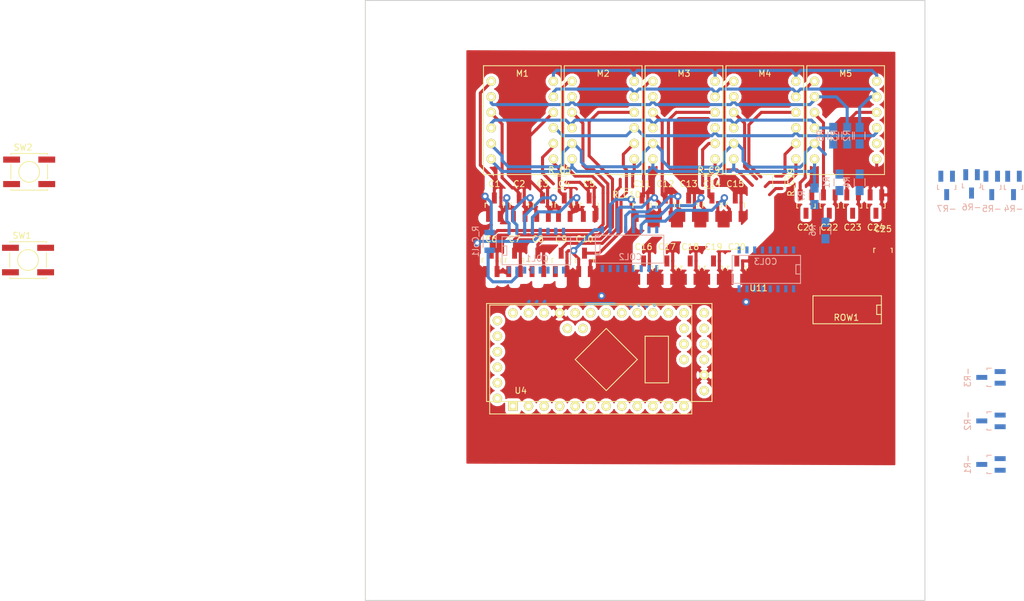
<source format=kicad_pcb>
(kicad_pcb (version 4) (host pcbnew 4.0.2+dfsg1-stable)
  (layers (0 F.Cu signal) (31 B.Cu signal) (34 B.Paste user) (35 F.Paste user) (36 B.SilkS user) (37 F.SilkS user) (38 B.Mask user) (39 F.Mask user) (44 Edge.Cuts user))
  (net 0 "")
  (net 1 5V)
  (net 2 C21)
  (net 3 COL21)
  (net 4 C11)
  (net 5 COL11)
  (net 6 C1)
  (net 7 C16)
  (net 8 COL16)
  (net 9 GND)
  (net 10 ROW1)
  (net 11 C6)
  (net 12 COL6)
  (net 13 C22)
  (net 14 COL22)
  (net 15 C12)
  (net 16 COL12)
  (net 17 ROW2)
  (net 18 C2)
  (net 19 COL2)
  (net 20 C17)
  (net 21 COL17)
  (net 22 C7)
  (net 23 COL7)
  (net 24 C23)
  (net 25 COL23)
  (net 26 C13)
  (net 27 COL13)
  (net 28 C3)
  (net 29 COL3)
  (net 30 C18)
  (net 31 COL18)
  (net 32 ROW3)
  (net 33 C8)
  (net 34 COL8)
  (net 35 C24)
  (net 36 COL24)
  (net 37 C4)
  (net 38 COL4)
  (net 39 C14)
  (net 40 COL14)
  (net 41 ROW4)
  (net 42 C19)
  (net 43 COL19)
  (net 44 C9)
  (net 45 COL9)
  (net 46 ROW5)
  (net 47 C5)
  (net 48 COL5)
  (net 49 C15)
  (net 50 COL15)
  (net 51 C20)
  (net 52 COL20)
  (net 53 C10)
  (net 54 COL10)
  (net 55 ROW6)
  (net 56 ROW7)
  (net 57 R1)
  (net 58 R2)
  (net 59 R3)
  (net 60 R4)
  (net 61 R5)
  (net 62 R6)
  (net 63 R7)
  (net 64 MRST)
  (net 65 BAT)
  (net 66 BTOUT)
  (net 67 BTIN)
  (net 68 OE)
  (net 69 COL1)
  (net 70 RST)
  (net 71 ColIn)
  (net 72 ColClk)
  (net 73 RowLClk)
  (net 74 RowIn)
  (net 75 RowSClk)
  (net 76 BT_CON)
  (net 77 BT_EN)
  (net 78 "Net-(-R1-Pad1)")
  (net 79 "Net-(-R2-Pad1)")
  (net 80 "Net-(-R3-Pad1)")
  (net 81 "Net-(-R4-Pad1)")
  (net 82 "Net-(-R5-Pad1)")
  (net 83 "Net-(-R6-Pad1)")
  (net 84 "Net-(-R7-Pad1)")
  (net 85 "Net-(COL1-Pad9)")
  (net 86 "Net-(COL2-Pad9)")
  (net 87 "Net-(M1-Pad8)")
  (net 88 "Net-(M2-Pad7)")
  (net 89 "Net-(M3-Pad8)")
  (net 90 "Net-(M4-Pad8)")
  (net 91 COL25)
  (net 92 "Net-(C1-Pad1)")
  (module SMD_Packages:SO-16-N (layer B.Cu) (at 128.524 85.598)
    (fp_text reference COL1 (at 0.127 1.27) (layer B.SilkS) (effects (justify mirror)))
    (fp_text value 74HC595)
    (pad 16 smd rect (at -4.445 3.175) (size 0.508 1.143) (layers B.Cu B.Paste B.Mask) (net 1 5V))
    (pad 14 smd rect (at -1.905 3.175) (size 0.508 1.143) (layers B.Cu B.Paste B.Mask) (net 71 ColIn))
    (pad 13 smd rect (at -0.635 3.175) (size 0.508 1.143) (layers B.Cu B.Paste B.Mask) (net 68 OE))
    (pad 12 smd rect (at 0.635 3.175) (size 0.508 1.143) (layers B.Cu B.Paste B.Mask) (net 72 ColClk))
    (pad 11 smd rect (at 1.905 3.175) (size 0.508 1.143) (layers B.Cu B.Paste B.Mask) (net 72 ColClk))
    (pad 10 smd rect (at 3.175 3.175) (size 0.508 1.143) (layers B.Cu B.Paste B.Mask) (net 70 RST))
    (pad 9 smd rect (at 4.445 3.175) (size 0.508 1.143) (layers B.Cu B.Paste B.Mask) (net 85 "Net-(COL1-Pad9)"))
    (pad 8 smd rect (at 4.445 -3.175) (size 0.508 1.143) (layers B.Cu B.Paste B.Mask) (net 9 GND))
    (pad 7 smd rect (at 3.175 -3.175) (size 0.508 1.143) (layers B.Cu B.Paste B.Mask) (net 34 COL8))
    (pad 6 smd rect (at 1.905 -3.175) (size 0.508 1.143) (layers B.Cu B.Paste B.Mask) (net 23 COL7))
    (pad 5 smd rect (at 0.635 -3.175) (size 0.508 1.143) (layers B.Cu B.Paste B.Mask) (net 12 COL6))
    (pad 4 smd rect (at -0.635 -3.175) (size 0.508 1.143) (layers B.Cu B.Paste B.Mask) (net 48 COL5))
    (pad 3 smd rect (at -1.905 -3.175) (size 0.508 1.143) (layers B.Cu B.Paste B.Mask) (net 38 COL4))
    (pad 2 smd rect (at -3.175 -3.175) (size 0.508 1.143) (layers B.Cu B.Paste B.Mask) (net 29 COL3))
    (pad 1 smd rect (at -4.445 -3.175) (size 0.508 1.143) (layers B.Cu B.Paste B.Mask) (net 19 COL2))
    (pad 15 smd rect (at -3.175 3.175) (size 0.508 1.143) (layers B.Cu B.Paste B.Mask) (net 69 COL1))
  )
  (module 757-5x7Matrix:757-5x7Matrix (layer F.Cu) (at 172.72 55.372)
    (fp_text reference M5 (at 6.35 1.27) (layer F.SilkS))
    (fp_text value 757AS_5x7Matrix)
    (pad 1 thru_hole circle (at 1.27 2.54) (size 1.524 1.524) (drill 0.762) (layers *.Cu *.Mask F.SilkS) (net 2 C21))
    (pad 2 thru_hole circle (at 1.27 5.08) (size 1.524 1.524) (drill 0.762) (layers *.Cu *.Mask F.SilkS) (net 59 R3))
    (pad 3 thru_hole circle (at 1.27 7.62) (size 1.524 1.524) (drill 0.762) (layers *.Cu *.Mask F.SilkS) (net 13 C22))
    (pad 4 thru_hole circle (at 1.27 10.16) (size 1.524 1.524) (drill 0.762) (layers *.Cu *.Mask F.SilkS) (net 61 R5))
    (pad 5 thru_hole circle (at 1.27 12.7) (size 1.524 1.524) (drill 0.762) (layers *.Cu *.Mask F.SilkS) (net 62 R6))
    (pad 6 thru_hole circle (at 1.27 15.24) (size 1.524 1.524) (drill 0.762) (layers *.Cu *.Mask F.SilkS) (net 63 R7))
    (pad 7 thru_hole circle (at 11.43 15.24) (size 1.524 1.524) (drill 0.762) (layers *.Cu *.Mask F.SilkS) (net 35 C24))
    (pad 8 thru_hole circle (at 11.43 12.7) (size 1.524 1.524) (drill 0.762) (layers *.Cu *.Mask F.SilkS))
    (pad 9 thru_hole circle (at 11.43 10.16) (size 1.524 1.524) (drill 0.762) (layers *.Cu *.Mask F.SilkS) (net 60 R4))
    (pad 10 thru_hole circle (at 11.43 7.62) (size 1.524 1.524) (drill 0.762) (layers *.Cu *.Mask F.SilkS) (net 24 C23))
    (pad 11 thru_hole circle (at 11.43 5.08) (size 1.524 1.524) (drill 0.762) (layers *.Cu *.Mask F.SilkS) (net 58 R2))
    (pad 12 thru_hole circle (at 11.43 2.54) (size 1.524 1.524) (drill 0.762) (layers *.Cu *.Mask F.SilkS) (net 57 R1))
  )
  (module Resistors_SMD:R_1206 (layer F.Cu) (at 143.256 74.422 180)
    (fp_text reference R_C10 (at 0 -2 180) (layer F.SilkS))
    (fp_text value 0)
    (pad 1 smd rect (at -1 0 180) (size 0 1) (layers F.Cu F.Paste F.Mask) (net 88 "Net-(M2-Pad7)"))
    (pad 2 smd rect (at 1 0 180) (size 0 1) (layers F.Cu F.Paste F.Mask) (net 44 C9))
  )
  (module Resistors_SMD:R_0805_HandSoldering (layer B.Cu) (at 178.054 74.422 270)
    (fp_text reference R1 (at 0 2.1 270) (layer B.SilkS) (effects (justify mirror)))
    (fp_text value 220)
    (pad 1 smd rect (at -1.35 0 270) (size 1.5 1.3) (layers B.Cu B.Paste B.Mask) (net 57 R1))
    (pad 2 smd rect (at 1.35 0 270) (size 1.5 1.3) (layers B.Cu B.Paste B.Mask) (net 78 "Net-(-R1-Pad1)"))
  )
  (module Resistors_SMD:R_0805_HandSoldering (layer B.Cu) (at 181.356 66.802 270)
    (fp_text reference R2 (at 0 2.1 270) (layer B.SilkS) (effects (justify mirror)))
    (fp_text value 220)
    (pad 1 smd rect (at -1.35 0 270) (size 1.5 1.3) (layers B.Cu B.Paste B.Mask) (net 58 R2))
    (pad 2 smd rect (at 1.35 0 270) (size 1.5 1.3) (layers B.Cu B.Paste B.Mask) (net 79 "Net-(-R2-Pad1)"))
  )
  (module Resistors_SMD:R_0805_HandSoldering (layer B.Cu) (at 179.324 66.802 270)
    (fp_text reference R3 (at 0 2.1 270) (layer B.SilkS) (effects (justify mirror)))
    (fp_text value 220)
    (pad 1 smd rect (at -1.35 0 270) (size 1.5 1.3) (layers B.Cu B.Paste B.Mask) (net 59 R3))
    (pad 2 smd rect (at 1.35 0 270) (size 1.5 1.3) (layers B.Cu B.Paste B.Mask) (net 80 "Net-(-R3-Pad1)"))
  )
  (module Resistors_SMD:R_0805_HandSoldering (layer B.Cu) (at 181.356 74.422 270)
    (fp_text reference R4 (at 0 2.1 270) (layer B.SilkS) (effects (justify mirror)))
    (fp_text value 220)
    (pad 1 smd rect (at -1.35 0 270) (size 1.5 1.3) (layers B.Cu B.Paste B.Mask) (net 60 R4))
    (pad 2 smd rect (at 1.35 0 270) (size 1.5 1.3) (layers B.Cu B.Paste B.Mask) (net 81 "Net-(-R4-Pad1)"))
  )
  (module Resistors_SMD:R_0805_HandSoldering (layer B.Cu) (at 177.038 66.802 270)
    (fp_text reference R5 (at 0 2.1 270) (layer B.SilkS) (effects (justify mirror)))
    (fp_text value 220)
    (pad 1 smd rect (at -1.35 0 270) (size 1.5 1.3) (layers B.Cu B.Paste B.Mask) (net 61 R5))
    (pad 2 smd rect (at 1.35 0 270) (size 1.5 1.3) (layers B.Cu B.Paste B.Mask) (net 82 "Net-(-R5-Pad1)"))
  )
  (module Resistors_SMD:R_0805_HandSoldering (layer B.Cu) (at 175.768 82.296 270)
    (fp_text reference R6 (at 0 2.1 270) (layer B.SilkS) (effects (justify mirror)))
    (fp_text value 220)
    (pad 1 smd rect (at -1.35 0 270) (size 1.5 1.3) (layers B.Cu B.Paste B.Mask) (net 62 R6))
    (pad 2 smd rect (at 1.35 0 270) (size 1.5 1.3) (layers B.Cu B.Paste B.Mask) (net 83 "Net-(-R6-Pad1)"))
  )
  (module Resistors_SMD:R_0805_HandSoldering (layer B.Cu) (at 173.99 76.708 270)
    (fp_text reference R7 (at 0 2.1 270) (layer B.SilkS) (effects (justify mirror)))
    (fp_text value 220)
    (pad 1 smd rect (at -1.35 0 270) (size 1.5 1.3) (layers B.Cu B.Paste B.Mask) (net 63 R7))
    (pad 2 smd rect (at 1.35 0 270) (size 1.5 1.3) (layers B.Cu B.Paste B.Mask) (net 84 "Net-(-R7-Pad1)"))
  )
  (module Buttons_Switches_SMD:SW_SPST_EVPBF (layer F.Cu) (at 45.466 87.122)
    (fp_text reference SW1 (at -1 -4) (layer F.SilkS))
    (fp_text value SW_PUSH)
    (pad 1 smd rect (at 2.875 -2) (size 2.75 1) (layers F.Cu F.Paste F.Mask) (net 9 GND))
    (pad 1 smd rect (at -2.875 -2) (size 2.75 1) (layers F.Cu F.Paste F.Mask) (net 9 GND))
    (pad 2 smd rect (at -2.875 2) (size 2.75 1) (layers F.Cu F.Paste F.Mask) (net 64 MRST))
    (pad 2 smd rect (at 2.875 2) (size 2.75 1) (layers F.Cu F.Paste F.Mask) (net 64 MRST))
  )
  (module Buttons_Switches_SMD:SW_SPST_EVPBF (layer F.Cu) (at 45.650857 72.709)
    (fp_text reference SW2 (at -1 -4) (layer F.SilkS))
    (fp_text value Switch_DPST)
    (pad 1 smd rect (at 2.875 -2) (size 2.75 1) (layers F.Cu F.Paste F.Mask) (net 65 BAT))
    (pad 1 smd rect (at -2.875 -2) (size 2.75 1) (layers F.Cu F.Paste F.Mask) (net 65 BAT))
    (pad 2 smd rect (at -2.875 2) (size 2.75 1) (layers F.Cu F.Paste F.Mask) (net 1 5V))
    (pad 2 smd rect (at 2.875 2) (size 2.75 1) (layers F.Cu F.Paste F.Mask) (net 1 5V))
  )
  (module BtModule:BtModule (layer F.Cu) (at 157.226 94.234 180)
    (fp_text reference U11 (at -7.62 2.54 180) (layer F.SilkS))
    (fp_text value BTModule)
    (pad 1 thru_hole circle (at 1.27 -1.524 180) (size 1.524 1.524) (drill 0.762) (layers *.Cu *.Mask F.SilkS) (net 76 BT_CON))
    (pad 2 thru_hole circle (at 1.27 -4.064 180) (size 1.524 1.524) (drill 0.762) (layers *.Cu *.Mask F.SilkS) (net 67 BTIN))
    (pad 3 thru_hole circle (at 1.27 -6.604 180) (size 1.524 1.524) (drill 0.762) (layers *.Cu *.Mask F.SilkS) (net 66 BTOUT))
    (pad 4 thru_hole circle (at 1.27 -9.144 180) (size 1.524 1.524) (drill 0.762) (layers *.Cu *.Mask F.SilkS) (net 9 GND))
    (pad 5 thru_hole circle (at 1.27 -11.684 180) (size 1.524 1.524) (drill 0.762) (layers *.Cu *.Mask F.SilkS) (net 1 5V))
    (pad 6 thru_hole circle (at 1.27 -14.224 180) (size 1.524 1.524) (drill 0.762) (layers *.Cu *.Mask F.SilkS) (net 77 BT_EN))
  )
  (module TO_SOT_Packages_SMD:SOT-23_Handsoldering (layer B.Cu) (at 202.819 120.523 270)
    (fp_text reference -R1 (at 0 3.81 270) (layer B.SilkS) (effects (justify mirror)))
    (fp_text value Q_NMOS_DSG)
    (pad 1 smd rect (at -0.95 -1.50114 270) (size 0.8001 1.80086) (layers B.Cu B.Paste B.Mask) (net 78 "Net-(-R1-Pad1)"))
    (pad 2 smd rect (at 0.95 -1.50114 270) (size 0.8001 1.80086) (layers B.Cu B.Paste B.Mask) (net 9 GND))
    (pad 3 smd rect (at 0 1.50114 270) (size 0.8001 1.80086) (layers B.Cu B.Paste B.Mask) (net 10 ROW1))
  )
  (module TO_SOT_Packages_SMD:SOT-23_Handsoldering (layer B.Cu) (at 202.819 113.411 270)
    (fp_text reference -R2 (at 0 3.81 270) (layer B.SilkS) (effects (justify mirror)))
    (fp_text value Q_NMOS_DSG)
    (pad 1 smd rect (at -0.95 -1.50114 270) (size 0.8001 1.80086) (layers B.Cu B.Paste B.Mask) (net 79 "Net-(-R2-Pad1)"))
    (pad 2 smd rect (at 0.95 -1.50114 270) (size 0.8001 1.80086) (layers B.Cu B.Paste B.Mask) (net 9 GND))
    (pad 3 smd rect (at 0 1.50114 270) (size 0.8001 1.80086) (layers B.Cu B.Paste B.Mask) (net 17 ROW2))
  )
  (module TO_SOT_Packages_SMD:SOT-23_Handsoldering (layer B.Cu) (at 202.819 106.299 270)
    (fp_text reference -R3 (at 0 3.81 270) (layer B.SilkS) (effects (justify mirror)))
    (fp_text value Q_NMOS_DSG)
    (pad 1 smd rect (at -0.95 -1.50114 270) (size 0.8001 1.80086) (layers B.Cu B.Paste B.Mask) (net 80 "Net-(-R3-Pad1)"))
    (pad 2 smd rect (at 0.95 -1.50114 270) (size 0.8001 1.80086) (layers B.Cu B.Paste B.Mask) (net 9 GND))
    (pad 3 smd rect (at 0 1.50114 270) (size 0.8001 1.80086) (layers B.Cu B.Paste B.Mask) (net 32 ROW3))
  )
  (module TO_SOT_Packages_SMD:SOT-23_Handsoldering (layer B.Cu) (at 206.502 74.93)
    (fp_text reference -R4 (at 0 3.81) (layer B.SilkS) (effects (justify mirror)))
    (fp_text value Q_NMOS_DSG)
    (pad 1 smd rect (at -0.95 -1.50114) (size 0.8001 1.80086) (layers B.Cu B.Paste B.Mask) (net 81 "Net-(-R4-Pad1)"))
    (pad 2 smd rect (at 0.95 -1.50114) (size 0.8001 1.80086) (layers B.Cu B.Paste B.Mask) (net 9 GND))
    (pad 3 smd rect (at 0 1.50114) (size 0.8001 1.80086) (layers B.Cu B.Paste B.Mask) (net 41 ROW4))
  )
  (module TO_SOT_Packages_SMD:SOT-23_Handsoldering (layer B.Cu) (at 202.946 74.93)
    (fp_text reference -R5 (at 0 3.81) (layer B.SilkS) (effects (justify mirror)))
    (fp_text value Q_NMOS_DSG)
    (pad 1 smd rect (at -0.95 -1.50114) (size 0.8001 1.80086) (layers B.Cu B.Paste B.Mask) (net 82 "Net-(-R5-Pad1)"))
    (pad 2 smd rect (at 0.95 -1.50114) (size 0.8001 1.80086) (layers B.Cu B.Paste B.Mask) (net 9 GND))
    (pad 3 smd rect (at 0 1.50114) (size 0.8001 1.80086) (layers B.Cu B.Paste B.Mask) (net 46 ROW5))
  )
  (module TO_SOT_Packages_SMD:SOT-23_Handsoldering (layer B.Cu) (at 199.644 74.676)
    (fp_text reference -R6 (at 0 3.81) (layer B.SilkS) (effects (justify mirror)))
    (fp_text value Q_NMOS_DSG)
    (pad 1 smd rect (at -0.95 -1.50114) (size 0.8001 1.80086) (layers B.Cu B.Paste B.Mask) (net 83 "Net-(-R6-Pad1)"))
    (pad 2 smd rect (at 0.95 -1.50114) (size 0.8001 1.80086) (layers B.Cu B.Paste B.Mask) (net 9 GND))
    (pad 3 smd rect (at 0 1.50114) (size 0.8001 1.80086) (layers B.Cu B.Paste B.Mask) (net 55 ROW6))
  )
  (module TO_SOT_Packages_SMD:SOT-23_Handsoldering (layer B.Cu) (at 195.58 74.93)
    (fp_text reference -R7 (at 0 3.81) (layer B.SilkS) (effects (justify mirror)))
    (fp_text value Q_NMOS_DSG)
    (pad 1 smd rect (at -0.95 -1.50114) (size 0.8001 1.80086) (layers B.Cu B.Paste B.Mask) (net 84 "Net-(-R7-Pad1)"))
    (pad 2 smd rect (at 0.95 -1.50114) (size 0.8001 1.80086) (layers B.Cu B.Paste B.Mask) (net 9 GND))
    (pad 3 smd rect (at 0 1.50114) (size 0.8001 1.80086) (layers B.Cu B.Paste B.Mask) (net 56 ROW7))
  )
  (module TO_SOT_Packages_SMD:SOT-23_Handsoldering (layer F.Cu) (at 125.73 78.486)
    (fp_text reference C2 (at 0 -3.81) (layer F.SilkS))
    (fp_text value Q_PMOS_GDS)
    (pad 1 smd rect (at -0.95 1.50114) (size 0.8001 1.80086) (layers F.Cu F.Paste F.Mask) (net 19 COL2))
    (pad 2 smd rect (at 0.95 1.50114) (size 0.8001 1.80086) (layers F.Cu F.Paste F.Mask) (net 1 5V))
    (pad 3 smd rect (at 0 -1.50114) (size 0.8001 1.80086) (layers F.Cu F.Paste F.Mask) (net 18 C2))
  )
  (module TO_SOT_Packages_SMD:SOT-23_Handsoldering (layer F.Cu) (at 129.54 78.486)
    (fp_text reference C3 (at 0 -3.81) (layer F.SilkS))
    (fp_text value Q_PMOS_GDS)
    (pad 1 smd rect (at -0.95 1.50114) (size 0.8001 1.80086) (layers F.Cu F.Paste F.Mask) (net 29 COL3))
    (pad 2 smd rect (at 0.95 1.50114) (size 0.8001 1.80086) (layers F.Cu F.Paste F.Mask) (net 1 5V))
    (pad 3 smd rect (at 0 -1.50114) (size 0.8001 1.80086) (layers F.Cu F.Paste F.Mask) (net 28 C3))
  )
  (module TO_SOT_Packages_SMD:SOT-23_Handsoldering (layer F.Cu) (at 133.096 78.486)
    (fp_text reference C4 (at 0 -3.81) (layer F.SilkS))
    (fp_text value Q_PMOS_GDS)
    (pad 1 smd rect (at -0.95 1.50114) (size 0.8001 1.80086) (layers F.Cu F.Paste F.Mask) (net 38 COL4))
    (pad 2 smd rect (at 0.95 1.50114) (size 0.8001 1.80086) (layers F.Cu F.Paste F.Mask) (net 1 5V))
    (pad 3 smd rect (at 0 -1.50114) (size 0.8001 1.80086) (layers F.Cu F.Paste F.Mask) (net 37 C4))
  )
  (module TO_SOT_Packages_SMD:SOT-23_Handsoldering (layer F.Cu) (at 137.16 78.486)
    (fp_text reference C5 (at 0 -3.81) (layer F.SilkS))
    (fp_text value Q_PMOS_GDS)
    (pad 1 smd rect (at -0.95 1.50114) (size 0.8001 1.80086) (layers F.Cu F.Paste F.Mask) (net 48 COL5))
    (pad 2 smd rect (at 0.95 1.50114) (size 0.8001 1.80086) (layers F.Cu F.Paste F.Mask) (net 1 5V))
    (pad 3 smd rect (at 0 -1.50114) (size 0.8001 1.80086) (layers F.Cu F.Paste F.Mask) (net 47 C5))
  )
  (module TO_SOT_Packages_SMD:SOT-23_Handsoldering (layer F.Cu) (at 121.158 87.503)
    (fp_text reference C6 (at 0 -3.81) (layer F.SilkS))
    (fp_text value Q_PMOS_GDS)
    (pad 1 smd rect (at -0.95 1.50114) (size 0.8001 1.80086) (layers F.Cu F.Paste F.Mask) (net 12 COL6))
    (pad 2 smd rect (at 0.95 1.50114) (size 0.8001 1.80086) (layers F.Cu F.Paste F.Mask) (net 1 5V))
    (pad 3 smd rect (at 0 -1.50114) (size 0.8001 1.80086) (layers F.Cu F.Paste F.Mask) (net 11 C6))
  )
  (module TO_SOT_Packages_SMD:SOT-23_Handsoldering (layer F.Cu) (at 124.968 87.503)
    (fp_text reference C7 (at 0 -3.81) (layer F.SilkS))
    (fp_text value Q_PMOS_GDS)
    (pad 1 smd rect (at -0.95 1.50114) (size 0.8001 1.80086) (layers F.Cu F.Paste F.Mask) (net 23 COL7))
    (pad 2 smd rect (at 0.95 1.50114) (size 0.8001 1.80086) (layers F.Cu F.Paste F.Mask) (net 1 5V))
    (pad 3 smd rect (at 0 -1.50114) (size 0.8001 1.80086) (layers F.Cu F.Paste F.Mask) (net 22 C7))
  )
  (module TO_SOT_Packages_SMD:SOT-23_Handsoldering (layer F.Cu) (at 128.778 87.503)
    (fp_text reference C8 (at 0 -3.81) (layer F.SilkS))
    (fp_text value Q_PMOS_GDS)
    (pad 1 smd rect (at -0.95 1.50114) (size 0.8001 1.80086) (layers F.Cu F.Paste F.Mask) (net 34 COL8))
    (pad 2 smd rect (at 0.95 1.50114) (size 0.8001 1.80086) (layers F.Cu F.Paste F.Mask) (net 1 5V))
    (pad 3 smd rect (at 0 -1.50114) (size 0.8001 1.80086) (layers F.Cu F.Paste F.Mask) (net 33 C8))
  )
  (module TO_SOT_Packages_SMD:SOT-23_Handsoldering (layer F.Cu) (at 132.588 87.503)
    (fp_text reference C9 (at 0 -3.81) (layer F.SilkS))
    (fp_text value Q_PMOS_GDS)
    (pad 1 smd rect (at -0.95 1.50114) (size 0.8001 1.80086) (layers F.Cu F.Paste F.Mask) (net 45 COL9))
    (pad 2 smd rect (at 0.95 1.50114) (size 0.8001 1.80086) (layers F.Cu F.Paste F.Mask) (net 1 5V))
    (pad 3 smd rect (at 0 -1.50114) (size 0.8001 1.80086) (layers F.Cu F.Paste F.Mask) (net 44 C9))
  )
  (module TO_SOT_Packages_SMD:SOT-23_Handsoldering (layer F.Cu) (at 136.398 87.503)
    (fp_text reference C10 (at 0 -3.81) (layer F.SilkS))
    (fp_text value Q_PMOS_GDS)
    (pad 1 smd rect (at -0.95 1.50114) (size 0.8001 1.80086) (layers F.Cu F.Paste F.Mask) (net 54 COL10))
    (pad 2 smd rect (at 0.95 1.50114) (size 0.8001 1.80086) (layers F.Cu F.Paste F.Mask) (net 1 5V))
    (pad 3 smd rect (at 0 -1.50114) (size 0.8001 1.80086) (layers F.Cu F.Paste F.Mask) (net 53 C10))
  )
  (module TO_SOT_Packages_SMD:SOT-23_Handsoldering (layer F.Cu) (at 145.796 78.486)
    (fp_text reference C11 (at 0 -3.81) (layer F.SilkS))
    (fp_text value Q_PMOS_GDS)
    (pad 1 smd rect (at -0.95 1.50114) (size 0.8001 1.80086) (layers F.Cu F.Paste F.Mask) (net 5 COL11))
    (pad 2 smd rect (at 0.95 1.50114) (size 0.8001 1.80086) (layers F.Cu F.Paste F.Mask) (net 1 5V))
    (pad 3 smd rect (at 0 -1.50114) (size 0.8001 1.80086) (layers F.Cu F.Paste F.Mask) (net 4 C11))
  )
  (module TO_SOT_Packages_SMD:SOT-23_Handsoldering (layer F.Cu) (at 149.606 78.486)
    (fp_text reference C12 (at 0 -3.81) (layer F.SilkS))
    (fp_text value Q_PMOS_GDS)
    (pad 1 smd rect (at -0.95 1.50114) (size 0.8001 1.80086) (layers F.Cu F.Paste F.Mask) (net 16 COL12))
    (pad 2 smd rect (at 0.95 1.50114) (size 0.8001 1.80086) (layers F.Cu F.Paste F.Mask) (net 1 5V))
    (pad 3 smd rect (at 0 -1.50114) (size 0.8001 1.80086) (layers F.Cu F.Paste F.Mask) (net 15 C12))
  )
  (module TO_SOT_Packages_SMD:SOT-23_Handsoldering (layer F.Cu) (at 153.416 78.486)
    (fp_text reference C13 (at 0 -3.81) (layer F.SilkS))
    (fp_text value Q_PMOS_GDS)
    (pad 1 smd rect (at -0.95 1.50114) (size 0.8001 1.80086) (layers F.Cu F.Paste F.Mask) (net 27 COL13))
    (pad 2 smd rect (at 0.95 1.50114) (size 0.8001 1.80086) (layers F.Cu F.Paste F.Mask) (net 1 5V))
    (pad 3 smd rect (at 0 -1.50114) (size 0.8001 1.80086) (layers F.Cu F.Paste F.Mask) (net 26 C13))
  )
  (module TO_SOT_Packages_SMD:SOT-23_Handsoldering (layer F.Cu) (at 157.226 78.486)
    (fp_text reference C14 (at 0 -3.81) (layer F.SilkS))
    (fp_text value Q_PMOS_GDS)
    (pad 1 smd rect (at -0.95 1.50114) (size 0.8001 1.80086) (layers F.Cu F.Paste F.Mask) (net 40 COL14))
    (pad 2 smd rect (at 0.95 1.50114) (size 0.8001 1.80086) (layers F.Cu F.Paste F.Mask) (net 1 5V))
    (pad 3 smd rect (at 0 -1.50114) (size 0.8001 1.80086) (layers F.Cu F.Paste F.Mask) (net 39 C14))
  )
  (module TO_SOT_Packages_SMD:SOT-23_Handsoldering (layer F.Cu) (at 161.036 78.486)
    (fp_text reference C15 (at 0 -3.81) (layer F.SilkS))
    (fp_text value Q_PMOS_GDS)
    (pad 1 smd rect (at -0.95 1.50114) (size 0.8001 1.80086) (layers F.Cu F.Paste F.Mask) (net 50 COL15))
    (pad 2 smd rect (at 0.95 1.50114) (size 0.8001 1.80086) (layers F.Cu F.Paste F.Mask) (net 1 5V))
    (pad 3 smd rect (at 0 -1.50114) (size 0.8001 1.80086) (layers F.Cu F.Paste F.Mask) (net 49 C15))
  )
  (module TO_SOT_Packages_SMD:SOT-23_Handsoldering (layer F.Cu) (at 146.05 88.773)
    (fp_text reference C16 (at 0 -3.81) (layer F.SilkS))
    (fp_text value Q_PMOS_GDS)
    (pad 1 smd rect (at -0.95 1.50114) (size 0.8001 1.80086) (layers F.Cu F.Paste F.Mask) (net 8 COL16))
    (pad 2 smd rect (at 0.95 1.50114) (size 0.8001 1.80086) (layers F.Cu F.Paste F.Mask) (net 1 5V))
    (pad 3 smd rect (at 0 -1.50114) (size 0.8001 1.80086) (layers F.Cu F.Paste F.Mask) (net 7 C16))
  )
  (module TO_SOT_Packages_SMD:SOT-23_Handsoldering (layer F.Cu) (at 149.86 88.773)
    (fp_text reference C17 (at 0 -3.81) (layer F.SilkS))
    (fp_text value Q_PMOS_GDS)
    (pad 1 smd rect (at -0.95 1.50114) (size 0.8001 1.80086) (layers F.Cu F.Paste F.Mask) (net 21 COL17))
    (pad 2 smd rect (at 0.95 1.50114) (size 0.8001 1.80086) (layers F.Cu F.Paste F.Mask) (net 1 5V))
    (pad 3 smd rect (at 0 -1.50114) (size 0.8001 1.80086) (layers F.Cu F.Paste F.Mask) (net 20 C17))
  )
  (module TO_SOT_Packages_SMD:SOT-23_Handsoldering (layer F.Cu) (at 153.67 88.773)
    (fp_text reference C18 (at 0 -3.81) (layer F.SilkS))
    (fp_text value Q_PMOS_GDS)
    (pad 1 smd rect (at -0.95 1.50114) (size 0.8001 1.80086) (layers F.Cu F.Paste F.Mask) (net 31 COL18))
    (pad 2 smd rect (at 0.95 1.50114) (size 0.8001 1.80086) (layers F.Cu F.Paste F.Mask) (net 1 5V))
    (pad 3 smd rect (at 0 -1.50114) (size 0.8001 1.80086) (layers F.Cu F.Paste F.Mask) (net 30 C18))
  )
  (module TO_SOT_Packages_SMD:SOT-23_Handsoldering (layer F.Cu) (at 157.48 88.773)
    (fp_text reference C19 (at 0 -3.81) (layer F.SilkS))
    (fp_text value Q_PMOS_GDS)
    (pad 1 smd rect (at -0.95 1.50114) (size 0.8001 1.80086) (layers F.Cu F.Paste F.Mask) (net 43 COL19))
    (pad 2 smd rect (at 0.95 1.50114) (size 0.8001 1.80086) (layers F.Cu F.Paste F.Mask) (net 1 5V))
    (pad 3 smd rect (at 0 -1.50114) (size 0.8001 1.80086) (layers F.Cu F.Paste F.Mask) (net 42 C19))
  )
  (module TO_SOT_Packages_SMD:SOT-23_Handsoldering (layer F.Cu) (at 161.29 88.773)
    (fp_text reference C20 (at 0 -3.81) (layer F.SilkS))
    (fp_text value Q_PMOS_GDS)
    (pad 1 smd rect (at -0.95 1.50114) (size 0.8001 1.80086) (layers F.Cu F.Paste F.Mask) (net 52 COL20))
    (pad 2 smd rect (at 0.95 1.50114) (size 0.8001 1.80086) (layers F.Cu F.Paste F.Mask) (net 1 5V))
    (pad 3 smd rect (at 0 -1.50114) (size 0.8001 1.80086) (layers F.Cu F.Paste F.Mask) (net 51 C20))
  )
  (module TO_SOT_Packages_SMD:SOT-23_Handsoldering (layer F.Cu) (at 172.593 77.978 180)
    (fp_text reference C21 (at 0 -3.81 180) (layer F.SilkS))
    (fp_text value Q_PMOS_GDS)
    (pad 1 smd rect (at -0.95 1.50114 180) (size 0.8001 1.80086) (layers F.Cu F.Paste F.Mask) (net 3 COL21))
    (pad 2 smd rect (at 0.95 1.50114 180) (size 0.8001 1.80086) (layers F.Cu F.Paste F.Mask) (net 1 5V))
    (pad 3 smd rect (at 0 -1.50114 180) (size 0.8001 1.80086) (layers F.Cu F.Paste F.Mask) (net 2 C21))
  )
  (module TO_SOT_Packages_SMD:SOT-23_Handsoldering (layer F.Cu) (at 176.403 77.978 180)
    (fp_text reference C22 (at 0 -3.81 180) (layer F.SilkS))
    (fp_text value Q_PMOS_GDS)
    (pad 1 smd rect (at -0.95 1.50114 180) (size 0.8001 1.80086) (layers F.Cu F.Paste F.Mask) (net 14 COL22))
    (pad 2 smd rect (at 0.95 1.50114 180) (size 0.8001 1.80086) (layers F.Cu F.Paste F.Mask) (net 1 5V))
    (pad 3 smd rect (at 0 -1.50114 180) (size 0.8001 1.80086) (layers F.Cu F.Paste F.Mask) (net 13 C22))
  )
  (module TO_SOT_Packages_SMD:SOT-23_Handsoldering (layer F.Cu) (at 180.213 77.978 180)
    (fp_text reference C23 (at 0 -3.81 180) (layer F.SilkS))
    (fp_text value Q_PMOS_GDS)
    (pad 1 smd rect (at -0.95 1.50114 180) (size 0.8001 1.80086) (layers F.Cu F.Paste F.Mask) (net 25 COL23))
    (pad 2 smd rect (at 0.95 1.50114 180) (size 0.8001 1.80086) (layers F.Cu F.Paste F.Mask) (net 1 5V))
    (pad 3 smd rect (at 0 -1.50114 180) (size 0.8001 1.80086) (layers F.Cu F.Paste F.Mask) (net 24 C23))
  )
  (module TO_SOT_Packages_SMD:SOT-23_Handsoldering (layer F.Cu) (at 184.023 77.978 180)
    (fp_text reference C24 (at 0 -3.81 180) (layer F.SilkS))
    (fp_text value Q_PMOS_GDS)
    (pad 1 smd rect (at -0.95 1.50114 180) (size 0.8001 1.80086) (layers F.Cu F.Paste F.Mask) (net 36 COL24))
    (pad 2 smd rect (at 0.95 1.50114 180) (size 0.8001 1.80086) (layers F.Cu F.Paste F.Mask) (net 1 5V))
    (pad 3 smd rect (at 0 -1.50114 180) (size 0.8001 1.80086) (layers F.Cu F.Paste F.Mask) (net 35 C24))
  )
  (module SMD_Packages:SO-16-N (layer B.Cu) (at 143.764 85.344)
    (fp_text reference COL2 (at 0.127 1.27) (layer B.SilkS) (effects (justify mirror)))
    (fp_text value 74HC595)
    (pad 16 smd rect (at -4.445 3.175) (size 0.508 1.143) (layers B.Cu B.Paste B.Mask) (net 1 5V))
    (pad 14 smd rect (at -1.905 3.175) (size 0.508 1.143) (layers B.Cu B.Paste B.Mask) (net 85 "Net-(COL1-Pad9)"))
    (pad 13 smd rect (at -0.635 3.175) (size 0.508 1.143) (layers B.Cu B.Paste B.Mask) (net 68 OE))
    (pad 12 smd rect (at 0.635 3.175) (size 0.508 1.143) (layers B.Cu B.Paste B.Mask) (net 72 ColClk))
    (pad 11 smd rect (at 1.905 3.175) (size 0.508 1.143) (layers B.Cu B.Paste B.Mask) (net 72 ColClk))
    (pad 10 smd rect (at 3.175 3.175) (size 0.508 1.143) (layers B.Cu B.Paste B.Mask) (net 70 RST))
    (pad 9 smd rect (at 4.445 3.175) (size 0.508 1.143) (layers B.Cu B.Paste B.Mask) (net 86 "Net-(COL2-Pad9)"))
    (pad 8 smd rect (at 4.445 -3.175) (size 0.508 1.143) (layers B.Cu B.Paste B.Mask) (net 9 GND))
    (pad 7 smd rect (at 3.175 -3.175) (size 0.508 1.143) (layers B.Cu B.Paste B.Mask) (net 8 COL16))
    (pad 6 smd rect (at 1.905 -3.175) (size 0.508 1.143) (layers B.Cu B.Paste B.Mask) (net 50 COL15))
    (pad 5 smd rect (at 0.635 -3.175) (size 0.508 1.143) (layers B.Cu B.Paste B.Mask) (net 40 COL14))
    (pad 4 smd rect (at -0.635 -3.175) (size 0.508 1.143) (layers B.Cu B.Paste B.Mask) (net 27 COL13))
    (pad 3 smd rect (at -1.905 -3.175) (size 0.508 1.143) (layers B.Cu B.Paste B.Mask) (net 16 COL12))
    (pad 2 smd rect (at -3.175 -3.175) (size 0.508 1.143) (layers B.Cu B.Paste B.Mask) (net 5 COL11))
    (pad 1 smd rect (at -4.445 -3.175) (size 0.508 1.143) (layers B.Cu B.Paste B.Mask) (net 54 COL10))
    (pad 15 smd rect (at -3.175 3.175) (size 0.508 1.143) (layers B.Cu B.Paste B.Mask) (net 45 COL9))
  )
  (module SMD_Packages:SO-16-N (layer B.Cu) (at 166.116 88.646 180)
    (fp_text reference COL3 (at 0.127 1.27 180) (layer B.SilkS) (effects (justify mirror)))
    (fp_text value 74HC595)
    (pad 16 smd rect (at -4.445 3.175 180) (size 0.508 1.143) (layers B.Cu B.Paste B.Mask) (net 1 5V))
    (pad 14 smd rect (at -1.905 3.175 180) (size 0.508 1.143) (layers B.Cu B.Paste B.Mask) (net 86 "Net-(COL2-Pad9)"))
    (pad 13 smd rect (at -0.635 3.175 180) (size 0.508 1.143) (layers B.Cu B.Paste B.Mask) (net 68 OE))
    (pad 12 smd rect (at 0.635 3.175 180) (size 0.508 1.143) (layers B.Cu B.Paste B.Mask) (net 72 ColClk))
    (pad 11 smd rect (at 1.905 3.175 180) (size 0.508 1.143) (layers B.Cu B.Paste B.Mask) (net 72 ColClk))
    (pad 10 smd rect (at 3.175 3.175 180) (size 0.508 1.143) (layers B.Cu B.Paste B.Mask) (net 70 RST))
    (pad 9 smd rect (at 4.445 3.175 180) (size 0.508 1.143) (layers B.Cu B.Paste B.Mask))
    (pad 8 smd rect (at 4.445 -3.175 180) (size 0.508 1.143) (layers B.Cu B.Paste B.Mask) (net 9 GND))
    (pad 7 smd rect (at 3.175 -3.175 180) (size 0.508 1.143) (layers B.Cu B.Paste B.Mask) (net 36 COL24))
    (pad 6 smd rect (at 1.905 -3.175 180) (size 0.508 1.143) (layers B.Cu B.Paste B.Mask) (net 25 COL23))
    (pad 5 smd rect (at 0.635 -3.175 180) (size 0.508 1.143) (layers B.Cu B.Paste B.Mask) (net 14 COL22))
    (pad 4 smd rect (at -0.635 -3.175 180) (size 0.508 1.143) (layers B.Cu B.Paste B.Mask) (net 3 COL21))
    (pad 3 smd rect (at -1.905 -3.175 180) (size 0.508 1.143) (layers B.Cu B.Paste B.Mask) (net 52 COL20))
    (pad 2 smd rect (at -3.175 -3.175 180) (size 0.508 1.143) (layers B.Cu B.Paste B.Mask) (net 43 COL19))
    (pad 1 smd rect (at -4.445 -3.175 180) (size 0.508 1.143) (layers B.Cu B.Paste B.Mask) (net 31 COL18))
    (pad 15 smd rect (at -3.175 3.175 180) (size 0.508 1.143) (layers B.Cu B.Paste B.Mask) (net 21 COL17))
  )
  (module 757-5x7Matrix:757-5x7Matrix (layer F.Cu) (at 119.888 55.372)
    (fp_text reference M1 (at 6.35 1.27) (layer F.SilkS))
    (fp_text value 757AS_5x7Matrix)
    (pad 1 thru_hole circle (at 1.27 2.54) (size 1.524 1.524) (drill 0.762) (layers *.Cu *.Mask F.SilkS) (net 6 C1))
    (pad 2 thru_hole circle (at 1.27 5.08) (size 1.524 1.524) (drill 0.762) (layers *.Cu *.Mask F.SilkS) (net 59 R3))
    (pad 3 thru_hole circle (at 1.27 7.62) (size 1.524 1.524) (drill 0.762) (layers *.Cu *.Mask F.SilkS) (net 18 C2))
    (pad 4 thru_hole circle (at 1.27 10.16) (size 1.524 1.524) (drill 0.762) (layers *.Cu *.Mask F.SilkS) (net 61 R5))
    (pad 5 thru_hole circle (at 1.27 12.7) (size 1.524 1.524) (drill 0.762) (layers *.Cu *.Mask F.SilkS) (net 62 R6))
    (pad 6 thru_hole circle (at 1.27 15.24) (size 1.524 1.524) (drill 0.762) (layers *.Cu *.Mask F.SilkS) (net 63 R7))
    (pad 7 thru_hole circle (at 11.43 15.24) (size 1.524 1.524) (drill 0.762) (layers *.Cu *.Mask F.SilkS) (net 37 C4))
    (pad 8 thru_hole circle (at 11.43 12.7) (size 1.524 1.524) (drill 0.762) (layers *.Cu *.Mask F.SilkS) (net 87 "Net-(M1-Pad8)"))
    (pad 9 thru_hole circle (at 11.43 10.16) (size 1.524 1.524) (drill 0.762) (layers *.Cu *.Mask F.SilkS) (net 60 R4))
    (pad 10 thru_hole circle (at 11.43 7.62) (size 1.524 1.524) (drill 0.762) (layers *.Cu *.Mask F.SilkS) (net 28 C3))
    (pad 11 thru_hole circle (at 11.43 5.08) (size 1.524 1.524) (drill 0.762) (layers *.Cu *.Mask F.SilkS) (net 58 R2))
    (pad 12 thru_hole circle (at 11.43 2.54) (size 1.524 1.524) (drill 0.762) (layers *.Cu *.Mask F.SilkS) (net 57 R1))
  )
  (module 757-5x7Matrix:757-5x7Matrix (layer F.Cu) (at 146.304 55.372)
    (fp_text reference M3 (at 6.35 1.27) (layer F.SilkS))
    (fp_text value 757AS_5x7Matrix)
    (pad 1 thru_hole circle (at 1.27 2.54) (size 1.524 1.524) (drill 0.762) (layers *.Cu *.Mask F.SilkS) (net 4 C11))
    (pad 2 thru_hole circle (at 1.27 5.08) (size 1.524 1.524) (drill 0.762) (layers *.Cu *.Mask F.SilkS) (net 59 R3))
    (pad 3 thru_hole circle (at 1.27 7.62) (size 1.524 1.524) (drill 0.762) (layers *.Cu *.Mask F.SilkS) (net 15 C12))
    (pad 4 thru_hole circle (at 1.27 10.16) (size 1.524 1.524) (drill 0.762) (layers *.Cu *.Mask F.SilkS) (net 61 R5))
    (pad 5 thru_hole circle (at 1.27 12.7) (size 1.524 1.524) (drill 0.762) (layers *.Cu *.Mask F.SilkS) (net 62 R6))
    (pad 6 thru_hole circle (at 1.27 15.24) (size 1.524 1.524) (drill 0.762) (layers *.Cu *.Mask F.SilkS) (net 63 R7))
    (pad 7 thru_hole circle (at 11.43 15.24) (size 1.524 1.524) (drill 0.762) (layers *.Cu *.Mask F.SilkS) (net 39 C14))
    (pad 8 thru_hole circle (at 11.43 12.7) (size 1.524 1.524) (drill 0.762) (layers *.Cu *.Mask F.SilkS) (net 89 "Net-(M3-Pad8)"))
    (pad 9 thru_hole circle (at 11.43 10.16) (size 1.524 1.524) (drill 0.762) (layers *.Cu *.Mask F.SilkS) (net 60 R4))
    (pad 10 thru_hole circle (at 11.43 7.62) (size 1.524 1.524) (drill 0.762) (layers *.Cu *.Mask F.SilkS) (net 26 C13))
    (pad 11 thru_hole circle (at 11.43 5.08) (size 1.524 1.524) (drill 0.762) (layers *.Cu *.Mask F.SilkS) (net 58 R2))
    (pad 12 thru_hole circle (at 11.43 2.54) (size 1.524 1.524) (drill 0.762) (layers *.Cu *.Mask F.SilkS) (net 57 R1))
  )
  (module 757-5x7Matrix:757-5x7Matrix (layer F.Cu) (at 159.512 55.372)
    (fp_text reference M4 (at 6.35 1.27) (layer F.SilkS))
    (fp_text value 757AS_5x7Matrix)
    (pad 1 thru_hole circle (at 1.27 2.54) (size 1.524 1.524) (drill 0.762) (layers *.Cu *.Mask F.SilkS) (net 7 C16))
    (pad 2 thru_hole circle (at 1.27 5.08) (size 1.524 1.524) (drill 0.762) (layers *.Cu *.Mask F.SilkS) (net 59 R3))
    (pad 3 thru_hole circle (at 1.27 7.62) (size 1.524 1.524) (drill 0.762) (layers *.Cu *.Mask F.SilkS) (net 20 C17))
    (pad 4 thru_hole circle (at 1.27 10.16) (size 1.524 1.524) (drill 0.762) (layers *.Cu *.Mask F.SilkS) (net 61 R5))
    (pad 5 thru_hole circle (at 1.27 12.7) (size 1.524 1.524) (drill 0.762) (layers *.Cu *.Mask F.SilkS) (net 62 R6))
    (pad 6 thru_hole circle (at 1.27 15.24) (size 1.524 1.524) (drill 0.762) (layers *.Cu *.Mask F.SilkS) (net 63 R7))
    (pad 7 thru_hole circle (at 11.43 15.24) (size 1.524 1.524) (drill 0.762) (layers *.Cu *.Mask F.SilkS) (net 42 C19))
    (pad 8 thru_hole circle (at 11.43 12.7) (size 1.524 1.524) (drill 0.762) (layers *.Cu *.Mask F.SilkS) (net 90 "Net-(M4-Pad8)"))
    (pad 9 thru_hole circle (at 11.43 10.16) (size 1.524 1.524) (drill 0.762) (layers *.Cu *.Mask F.SilkS) (net 60 R4))
    (pad 10 thru_hole circle (at 11.43 7.62) (size 1.524 1.524) (drill 0.762) (layers *.Cu *.Mask F.SilkS) (net 30 C18))
    (pad 11 thru_hole circle (at 11.43 5.08) (size 1.524 1.524) (drill 0.762) (layers *.Cu *.Mask F.SilkS) (net 58 R2))
    (pad 12 thru_hole circle (at 11.43 2.54) (size 1.524 1.524) (drill 0.762) (layers *.Cu *.Mask F.SilkS) (net 57 R1))
  )
  (module SMD_Packages:SO-16-N (layer F.Cu) (at 179.324 95.25 180)
    (fp_text reference ROW1 (at 0.127 -1.27 180) (layer F.SilkS))
    (fp_text value 74HC595)
    (pad 16 smd rect (at -4.445 -3.175 180) (size 0.508 1.143) (layers F.Cu F.Paste F.Mask) (net 1 5V))
    (pad 14 smd rect (at -1.905 -3.175 180) (size 0.508 1.143) (layers F.Cu F.Paste F.Mask) (net 74 RowIn))
    (pad 13 smd rect (at -0.635 -3.175 180) (size 0.508 1.143) (layers F.Cu F.Paste F.Mask) (net 68 OE))
    (pad 12 smd rect (at 0.635 -3.175 180) (size 0.508 1.143) (layers F.Cu F.Paste F.Mask) (net 73 RowLClk))
    (pad 11 smd rect (at 1.905 -3.175 180) (size 0.508 1.143) (layers F.Cu F.Paste F.Mask) (net 75 RowSClk))
    (pad 10 smd rect (at 3.175 -3.175 180) (size 0.508 1.143) (layers F.Cu F.Paste F.Mask) (net 70 RST))
    (pad 9 smd rect (at 4.445 -3.175 180) (size 0.508 1.143) (layers F.Cu F.Paste F.Mask))
    (pad 8 smd rect (at 4.445 3.175 180) (size 0.508 1.143) (layers F.Cu F.Paste F.Mask) (net 9 GND))
    (pad 7 smd rect (at 3.175 3.175 180) (size 0.508 1.143) (layers F.Cu F.Paste F.Mask))
    (pad 6 smd rect (at 1.905 3.175 180) (size 0.508 1.143) (layers F.Cu F.Paste F.Mask) (net 56 ROW7))
    (pad 5 smd rect (at 0.635 3.175 180) (size 0.508 1.143) (layers F.Cu F.Paste F.Mask) (net 55 ROW6))
    (pad 4 smd rect (at -0.635 3.175 180) (size 0.508 1.143) (layers F.Cu F.Paste F.Mask) (net 46 ROW5))
    (pad 3 smd rect (at -1.905 3.175 180) (size 0.508 1.143) (layers F.Cu F.Paste F.Mask) (net 41 ROW4))
    (pad 2 smd rect (at -3.175 3.175 180) (size 0.508 1.143) (layers F.Cu F.Paste F.Mask) (net 32 ROW3))
    (pad 1 smd rect (at -4.445 3.175 180) (size 0.508 1.143) (layers F.Cu F.Paste F.Mask) (net 17 ROW2))
    (pad 15 smd rect (at -3.175 -3.175 180) (size 0.508 1.143) (layers F.Cu F.Paste F.Mask) (net 10 ROW1))
  )
  (module MyProMini:ProMiniPrint (layer F.Cu) (at 124.714 110.998)
    (fp_text reference U4 (at 1.27 -2.54) (layer F.SilkS))
    (fp_text value ArProMin)
    (pad 1 thru_hole rect (at 0 0) (size 1.524 1.524) (drill 0.762) (layers *.Cu *.Mask F.SilkS))
    (pad 2 thru_hole circle (at 2.54 0) (size 1.524 1.524) (drill 0.762) (layers *.Cu *.Mask F.SilkS))
    (pad 3 thru_hole circle (at 5.08 0) (size 1.524 1.524) (drill 0.762) (layers *.Cu *.Mask F.SilkS))
    (pad 4 thru_hole circle (at 7.62 0) (size 1.524 1.524) (drill 0.762) (layers *.Cu *.Mask F.SilkS) (net 9 GND))
    (pad 5 thru_hole circle (at 10.16 0) (size 1.524 1.524) (drill 0.762) (layers *.Cu *.Mask F.SilkS) (net 36 COL24))
    (pad 6 thru_hole circle (at 12.7 0) (size 1.524 1.524) (drill 0.762) (layers *.Cu *.Mask F.SilkS) (net 91 COL25))
    (pad 7 thru_hole circle (at 15.24 0) (size 1.524 1.524) (drill 0.762) (layers *.Cu *.Mask F.SilkS))
    (pad 8 thru_hole circle (at 17.78 0) (size 1.524 1.524) (drill 0.762) (layers *.Cu *.Mask F.SilkS) (net 68 OE))
    (pad 9 thru_hole circle (at 20.32 0) (size 1.524 1.524) (drill 0.762) (layers *.Cu *.Mask F.SilkS) (net 70 RST))
    (pad 10 thru_hole circle (at 22.86 0) (size 1.524 1.524) (drill 0.762) (layers *.Cu *.Mask F.SilkS) (net 71 ColIn))
    (pad 11 thru_hole circle (at 25.4 0) (size 1.524 1.524) (drill 0.762) (layers *.Cu *.Mask F.SilkS) (net 72 ColClk))
    (pad 12 thru_hole circle (at 27.94 0) (size 1.524 1.524) (drill 0.762) (layers *.Cu *.Mask F.SilkS) (net 73 RowLClk))
    (pad 13 thru_hole circle (at 27.94 -7.62) (size 1.524 1.524) (drill 0.762) (layers *.Cu *.Mask F.SilkS) (net 9 GND))
    (pad 14 thru_hole circle (at 27.94 -10.16) (size 1.524 1.524) (drill 0.762) (layers *.Cu *.Mask F.SilkS))
    (pad 15 thru_hole circle (at 27.94 -12.7) (size 1.524 1.524) (drill 0.762) (layers *.Cu *.Mask F.SilkS))
    (pad 16 thru_hole circle (at 27.94 -15.24) (size 1.524 1.524) (drill 0.762) (layers *.Cu *.Mask F.SilkS))
    (pad 17 thru_hole circle (at 25.4 -15.24) (size 1.524 1.524) (drill 0.762) (layers *.Cu *.Mask F.SilkS) (net 74 RowIn))
    (pad 18 thru_hole circle (at 22.86 -15.24) (size 1.524 1.524) (drill 0.762) (layers *.Cu *.Mask F.SilkS))
    (pad 19 thru_hole circle (at 20.32 -15.24) (size 1.524 1.524) (drill 0.762) (layers *.Cu *.Mask F.SilkS) (net 75 RowSClk))
    (pad 20 thru_hole circle (at 17.78 -15.24) (size 1.524 1.524) (drill 0.762) (layers *.Cu *.Mask F.SilkS) (net 66 BTOUT))
    (pad 21 thru_hole circle (at 15.24 -15.24) (size 1.524 1.524) (drill 0.762) (layers *.Cu *.Mask F.SilkS) (net 67 BTIN))
    (pad 22 thru_hole circle (at 12.7 -15.24) (size 1.524 1.524) (drill 0.762) (layers *.Cu *.Mask F.SilkS) (net 76 BT_CON))
    (pad 23 thru_hole circle (at 10.16 -15.24) (size 1.524 1.524) (drill 0.762) (layers *.Cu *.Mask F.SilkS) (net 77 BT_EN))
    (pad 24 thru_hole circle (at 7.62 -15.24) (size 1.524 1.524) (drill 0.762) (layers *.Cu *.Mask F.SilkS) (net 1 5V))
    (pad 25 thru_hole circle (at 5.08 -15.24) (size 1.524 1.524) (drill 0.762) (layers *.Cu *.Mask F.SilkS) (net 64 MRST))
    (pad 26 thru_hole circle (at 2.54 -15.24) (size 1.524 1.524) (drill 0.762) (layers *.Cu *.Mask F.SilkS) (net 9 GND))
    (pad 27 thru_hole circle (at 0 -15.24) (size 1.524 1.524) (drill 0.762) (layers *.Cu *.Mask F.SilkS))
    (pad 28 thru_hole circle (at -2.54 -13.97) (size 1.524 1.524) (drill 0.762) (layers *.Cu *.Mask F.SilkS) (net 9 GND))
    (pad 29 thru_hole circle (at -2.54 -11.43) (size 1.524 1.524) (drill 0.762) (layers *.Cu *.Mask F.SilkS))
    (pad 30 thru_hole circle (at -2.54 -8.89) (size 1.524 1.524) (drill 0.762) (layers *.Cu *.Mask F.SilkS))
    (pad 31 thru_hole circle (at -2.54 -6.35) (size 1.524 1.524) (drill 0.762) (layers *.Cu *.Mask F.SilkS))
    (pad 32 thru_hole circle (at -2.54 -3.81) (size 1.524 1.524) (drill 0.762) (layers *.Cu *.Mask F.SilkS))
    (pad 33 thru_hole circle (at -2.54 -1.27) (size 1.524 1.524) (drill 0.762) (layers *.Cu *.Mask F.SilkS))
    (pad 34 thru_hole circle (at 8.89 -12.7) (size 1.524 1.524) (drill 0.762) (layers *.Cu *.Mask F.SilkS))
    (pad 35 thru_hole circle (at 11.43 -12.7) (size 1.524 1.524) (drill 0.762) (layers *.Cu *.Mask F.SilkS))
  )
  (module 757-5x7Matrix:757-5x7Matrix (layer F.Cu) (at 133.096 55.372)
    (fp_text reference M2 (at 6.35 1.27) (layer F.SilkS))
    (fp_text value 757AS_5x7Matrix)
    (pad 1 thru_hole circle (at 1.27 2.54) (size 1.524 1.524) (drill 0.762) (layers *.Cu *.Mask F.SilkS) (net 11 C6))
    (pad 2 thru_hole circle (at 1.27 5.08) (size 1.524 1.524) (drill 0.762) (layers *.Cu *.Mask F.SilkS) (net 59 R3))
    (pad 3 thru_hole circle (at 1.27 7.62) (size 1.524 1.524) (drill 0.762) (layers *.Cu *.Mask F.SilkS) (net 22 C7))
    (pad 4 thru_hole circle (at 1.27 10.16) (size 1.524 1.524) (drill 0.762) (layers *.Cu *.Mask F.SilkS) (net 61 R5))
    (pad 5 thru_hole circle (at 1.27 12.7) (size 1.524 1.524) (drill 0.762) (layers *.Cu *.Mask F.SilkS) (net 62 R6))
    (pad 6 thru_hole circle (at 1.27 15.24) (size 1.524 1.524) (drill 0.762) (layers *.Cu *.Mask F.SilkS) (net 63 R7))
    (pad 7 thru_hole circle (at 11.43 15.24) (size 1.524 1.524) (drill 0.762) (layers *.Cu *.Mask F.SilkS) (net 88 "Net-(M2-Pad7)"))
    (pad 8 thru_hole circle (at 11.43 12.7) (size 1.524 1.524) (drill 0.762) (layers *.Cu *.Mask F.SilkS) (net 53 C10))
    (pad 9 thru_hole circle (at 11.43 10.16) (size 1.524 1.524) (drill 0.762) (layers *.Cu *.Mask F.SilkS) (net 60 R4))
    (pad 10 thru_hole circle (at 11.43 7.62) (size 1.524 1.524) (drill 0.762) (layers *.Cu *.Mask F.SilkS) (net 33 C8))
    (pad 11 thru_hole circle (at 11.43 5.08) (size 1.524 1.524) (drill 0.762) (layers *.Cu *.Mask F.SilkS) (net 58 R2))
    (pad 12 thru_hole circle (at 11.43 2.54) (size 1.524 1.524) (drill 0.762) (layers *.Cu *.Mask F.SilkS) (net 57 R1))
  )
  (module Resistors_SMD:R_1206 (layer F.Cu) (at 132.334 74.422)
    (fp_text reference R_C5 (at 0 -2) (layer F.SilkS))
    (fp_text value 0)
    (pad 1 smd rect (at -1 0) (size 0 1) (layers F.Cu F.Paste F.Mask) (net 87 "Net-(M1-Pad8)"))
    (pad 2 smd rect (at 1 0) (size 0 1) (layers F.Cu F.Paste F.Mask) (net 47 C5))
  )
  (module Resistors_SMD:R_1206 (layer F.Cu) (at 156.718 74.422)
    (fp_text reference R_C9 (at 0 -2) (layer F.SilkS))
    (fp_text value 0)
    (pad 1 smd rect (at -1 0) (size 0 1) (layers F.Cu F.Paste F.Mask) (net 89 "Net-(M3-Pad8)"))
    (pad 2 smd rect (at 1 0) (size 0 1) (layers F.Cu F.Paste F.Mask) (net 49 C15))
  )
  (module Resistors_SMD:R_1206 (layer F.Cu) (at 168.148 74.422 270)
    (fp_text reference R_C19 (at 0 -2 270) (layer F.SilkS))
    (fp_text value 0)
    (pad 1 smd rect (at -1 0 270) (size 0 1) (layers F.Cu F.Paste F.Mask) (net 90 "Net-(M4-Pad8)"))
    (pad 2 smd rect (at 1 0 270) (size 0 1) (layers F.Cu F.Paste F.Mask) (net 51 C20))
  )
  (module TO_SOT_Packages_SMD:SOT-23_Handsoldering (layer F.Cu) (at 121.666 78.486)
    (fp_text reference C1 (at 0 -3.81) (layer F.SilkS))
    (fp_text value Q_PMOS_GDS)
    (pad 1 smd rect (at -0.95 1.50114) (size 0.8001 1.80086) (layers F.Cu F.Paste F.Mask) (net 92 "Net-(C1-Pad1)"))
    (pad 2 smd rect (at 0.95 1.50114) (size 0.8001 1.80086) (layers F.Cu F.Paste F.Mask) (net 1 5V))
    (pad 3 smd rect (at 0 -1.50114) (size 0.8001 1.80086) (layers F.Cu F.Paste F.Mask) (net 6 C1))
  )
  (module TO_SOT_Packages_SMD:SOT-23_Handsoldering (layer F.Cu) (at 185.166 85.852)
    (fp_text reference C25 (at 0 -3.81) (layer F.SilkS))
    (fp_text value Q_PMOS_GDS)
    (pad 1 smd rect (at -0.95 1.50114) (size 0.8001 1.80086) (layers F.Cu F.Paste F.Mask) (net 91 COL25))
    (pad 2 smd rect (at 0.95 1.50114) (size 0.8001 1.80086) (layers F.Cu F.Paste F.Mask) (net 1 5V))
    (pad 3 smd rect (at 0 -1.50114) (size 0.8001 1.80086) (layers F.Cu F.Paste F.Mask))
  )
  (module Resistors_SMD:R_1206 (layer B.Cu) (at 120.904 84.074 270)
    (fp_text reference R_Col1 (at 0 2.3 270) (layer B.SilkS) (effects (justify mirror)))
    (fp_text value 0)
    (pad 1 smd rect (at -1.45 0 270) (size 0.9 1.7) (layers B.Cu B.Paste B.Mask) (net 92 "Net-(C1-Pad1)"))
    (pad 2 smd rect (at 1.45 0 270) (size 0.9 1.7) (layers B.Cu B.Paste B.Mask) (net 69 COL1))
  )
  (gr_line (start 100.584 142.748) (end 100.584 44.704) (angle 90) (layer Edge.Cuts) (width 0.15))
  (gr_line (start 192.024 142.748) (end 100.584 142.748) (angle 90) (layer Edge.Cuts) (width 0.15))
  (gr_line (start 192.024 44.704) (end 192.024 142.748) (angle 90) (layer Edge.Cuts) (width 0.15))
  (gr_line (start 100.584 44.704) (end 192.024 44.704) (angle 90) (layer Edge.Cuts) (width 0.15))
  (segment (start 167.64 75.438) (end 168.656 75.438) (width 0.5) (layer F.Cu) (net 0))
  (segment (start 166.630008 76.447992) (end 167.64 75.438) (width 0.5) (layer F.Cu) (net 0))
  (segment (start 162.814 93.98) (end 151.13 93.98) (width 0.5) (layer F.Cu) (net 0))
  (via (at 162.814 93.98) (size 1.2) (drill 0.6) (layers F.Cu B.Cu) (net 0))
  (segment (start 162.941 93.853) (end 162.814 93.98) (width 0.5) (layer B.Cu) (net 0))
  (via (at 139.192 92.964) (size 1.2) (drill 0.6) (layers F.Cu B.Cu) (net 0))
  (segment (start 128.651 93.853) (end 128.524 93.98) (width 0.5) (layer B.Cu) (net 0))
  (segment (start 147.701 94.361) (end 147.828 94.488) (width 0.5) (layer B.Cu) (net 0))
  (segment (start 127.381 93.853) (end 127.254 93.98) (width 0.5) (layer B.Cu) (net 0))
  (segment (start 145.161 94.361) (end 145.288 94.488) (width 0.5) (layer B.Cu) (net 0))
  (segment (start 129.921 93.853) (end 129.794 93.98) (width 0.5) (layer B.Cu) (net 0))
  (segment (start 136.652 94.234) (end 141.224 94.234) (width 0.5) (layer B.Cu) (net 0))
  (segment (start 146.431 94.615) (end 146.558 94.742) (width 0.5) (layer B.Cu) (net 0))
  (segment (start 143.891 94.615) (end 144.018 94.742) (width 0.5) (layer B.Cu) (net 0))
  (segment (start 171.643 74.483) (end 171.643 76.47686) (width 0.5) (layer F.Cu) (net 1))
  (segment (start 172.466 73.66) (end 171.643 74.483) (width 0.5) (layer F.Cu) (net 1))
  (segment (start 175.453 64.709) (end 175.453 76.47686) (width 0.5) (layer F.Cu) (net 1))
  (segment (start 179.263 64.577) (end 179.263 76.47686) (width 0.5) (layer F.Cu) (net 1))
  (segment (start 183.073 76.47686) (end 183.073 75.245) (width 0.5) (layer F.Cu) (net 1))
  (segment (start 183.073 75.245) (end 184.15 74.168) (width 0.5) (layer F.Cu) (net 1))
  (segment (start 172.466 59.182) (end 172.466 73.66) (width 0.5) (layer F.Cu) (net 1))
  (segment (start 180.848 62.992) (end 179.263 64.577) (width 0.5) (layer F.Cu) (net 1))
  (segment (start 173.99 57.912) (end 173.736 57.912) (width 0.5) (layer F.Cu) (net 2))
  (segment (start 173.736 57.912) (end 172.466 59.182) (width 0.5) (layer F.Cu) (net 2))
  (segment (start 147.574 57.912) (end 147.066 57.912) (width 0.5) (layer F.Cu) (net 4))
  (segment (start 147.066 57.912) (end 146.05 58.928) (width 0.5) (layer F.Cu) (net 4))
  (segment (start 146.05 58.928) (end 146.05 76.73086) (width 0.5) (layer F.Cu) (net 4))
  (segment (start 146.05 76.73086) (end 145.796 76.98486) (width 0.5) (layer F.Cu) (net 4))
  (segment (start 140.589 82.169) (end 140.589 78.105) (width 0.5) (layer B.Cu) (net 5))
  (segment (start 141.478 77.216) (end 144.018 77.216) (width 0.5) (layer B.Cu) (net 5))
  (segment (start 140.589 78.105) (end 141.478 77.216) (width 0.5) (layer B.Cu) (net 5))
  (segment (start 144.846 79.98714) (end 144.846 79.314) (width 0.5) (layer F.Cu) (net 5))
  (segment (start 144.846 79.314) (end 144.018 78.486) (width 0.5) (layer F.Cu) (net 5))
  (segment (start 144.018 78.486) (end 144.018 77.216) (width 0.5) (layer F.Cu) (net 5))
  (via (at 144.018 77.216) (size 1.2) (drill 0.6) (layers F.Cu B.Cu) (net 5))
  (segment (start 144.018 77.216) (end 144.526 77.724) (width 0.5) (layer B.Cu) (net 5))
  (segment (start 119.38 59.817) (end 121.158 58.039) (width 0.5) (layer F.Cu) (net 6))
  (segment (start 119.38 71.628) (end 119.38 59.817) (width 0.5) (layer F.Cu) (net 6))
  (segment (start 120.843 73.091) (end 119.38 71.628) (width 0.5) (layer F.Cu) (net 6))
  (segment (start 121.666 73.914) (end 120.843 73.091) (width 0.5) (layer F.Cu) (net 6))
  (segment (start 121.666 76.73086) (end 121.666 73.914) (width 0.5) (layer F.Cu) (net 6))
  (segment (start 162.052 73.152) (end 163.83 74.93) (width 0.5) (layer F.Cu) (net 7))
  (segment (start 161.29 72.39) (end 162.052 73.152) (width 0.5) (layer F.Cu) (net 7))
  (segment (start 159.258 72.39) (end 161.29 72.39) (width 0.5) (layer F.Cu) (net 7))
  (segment (start 159.258 58.928) (end 159.258 72.39) (width 0.5) (layer F.Cu) (net 7))
  (segment (start 160.274 57.912) (end 159.258 58.928) (width 0.5) (layer F.Cu) (net 7))
  (segment (start 160.782 57.912) (end 160.274 57.912) (width 0.5) (layer F.Cu) (net 7))
  (segment (start 123.444 82.296) (end 122.174 82.296) (width 0.5) (layer F.Cu) (net 11))
  (segment (start 121.158 83.312) (end 121.158 86.00186) (width 0.5) (layer F.Cu) (net 11))
  (segment (start 122.174 82.296) (end 121.158 83.312) (width 0.5) (layer F.Cu) (net 11))
  (segment (start 139.446 81.026) (end 139.446 81.28) (width 0.5) (layer F.Cu) (net 11))
  (segment (start 133.858 57.912) (end 132.842 58.928) (width 0.5) (layer F.Cu) (net 11))
  (segment (start 132.842 58.928) (end 132.842 71.374) (width 0.5) (layer F.Cu) (net 11))
  (segment (start 132.842 71.374) (end 134.874 73.406) (width 0.5) (layer F.Cu) (net 11))
  (segment (start 134.874 73.406) (end 137.668 73.406) (width 0.5) (layer F.Cu) (net 11))
  (segment (start 137.668 73.406) (end 139.446 75.184) (width 0.5) (layer F.Cu) (net 11))
  (segment (start 139.446 75.184) (end 139.446 76.2) (width 0.5) (layer F.Cu) (net 11))
  (segment (start 139.446 76.2) (end 139.446 81.026) (width 0.5) (layer F.Cu) (net 11))
  (segment (start 138.43 82.296) (end 123.444 82.296) (width 0.5) (layer F.Cu) (net 11))
  (segment (start 123.444 82.296) (end 123.19 82.296) (width 0.5) (layer F.Cu) (net 11))
  (segment (start 139.446 81.28) (end 138.43 82.296) (width 0.5) (layer F.Cu) (net 11))
  (segment (start 134.366 57.912) (end 133.858 57.912) (width 0.5) (layer F.Cu) (net 11))
  (segment (start 129.159 82.423) (end 129.159 82.931) (width 0.5) (layer B.Cu) (net 12))
  (segment (start 129.159 82.931) (end 128.016 84.074) (width 0.5) (layer B.Cu) (net 12))
  (segment (start 118.872 87.884) (end 120.208 88.966) (width 0.5) (layer F.Cu) (net 12))
  (segment (start 118.872 84.328) (end 118.872 87.884) (width 0.5) (layer F.Cu) (net 12))
  (via (at 118.872 84.328) (size 1.2) (drill 0.6) (layers F.Cu B.Cu) (net 12))
  (segment (start 118.872 84.074) (end 118.872 84.328) (width 0.5) (layer B.Cu) (net 12))
  (segment (start 128.016 84.074) (end 118.872 84.074) (width 0.5) (layer B.Cu) (net 12))
  (segment (start 120.208 88.966) (end 120.208 89.00414) (width 0.5) (layer F.Cu) (net 12))
  (segment (start 173.99 62.992) (end 173.99 63.246) (width 0.5) (layer F.Cu) (net 13))
  (segment (start 173.99 63.246) (end 175.453 64.709) (width 0.5) (layer F.Cu) (net 13))
  (segment (start 149.098 73.406) (end 149.098 76.47686) (width 0.5) (layer F.Cu) (net 15))
  (segment (start 147.574 62.992) (end 149.098 64.516) (width 0.5) (layer F.Cu) (net 15))
  (segment (start 149.098 64.516) (end 149.098 73.406) (width 0.5) (layer F.Cu) (net 15))
  (segment (start 149.098 76.47686) (end 149.606 76.98486) (width 0.5) (layer F.Cu) (net 15))
  (segment (start 141.859 82.169) (end 141.859 78.867) (width 0.5) (layer B.Cu) (net 16))
  (segment (start 148.656 77.79) (end 148.656 79.98714) (width 0.5) (layer F.Cu) (net 16))
  (segment (start 147.828 76.962) (end 148.656 77.79) (width 0.5) (layer F.Cu) (net 16))
  (via (at 147.828 76.962) (size 1.2) (drill 0.6) (layers F.Cu B.Cu) (net 16))
  (segment (start 147.32 76.962) (end 147.828 76.962) (width 0.5) (layer B.Cu) (net 16))
  (segment (start 145.796 78.486) (end 147.32 76.962) (width 0.5) (layer B.Cu) (net 16))
  (segment (start 142.24 78.486) (end 145.796 78.486) (width 0.5) (layer B.Cu) (net 16))
  (segment (start 141.859 78.867) (end 142.24 78.486) (width 0.5) (layer B.Cu) (net 16))
  (segment (start 148.656 79.98714) (end 148.656 79.314) (width 0.5) (layer F.Cu) (net 16))
  (segment (start 124.587 75.311) (end 124.841 75.311) (width 0.5) (layer F.Cu) (net 18))
  (segment (start 124.841 75.311) (end 125.603 76.073) (width 0.5) (layer F.Cu) (net 18))
  (segment (start 125.603 76.073) (end 125.603 76.85786) (width 0.5) (layer F.Cu) (net 18))
  (segment (start 124.653 75.377) (end 124.587 75.311) (width 0.5) (layer F.Cu) (net 18))
  (segment (start 124.587 75.311) (end 122.936 73.66) (width 0.5) (layer F.Cu) (net 18))
  (segment (start 122.936 73.66) (end 122.936 64.897) (width 0.5) (layer F.Cu) (net 18))
  (segment (start 122.936 64.897) (end 121.158 63.119) (width 0.5) (layer F.Cu) (net 18))
  (segment (start 124.079 82.423) (end 124.079 81.153) (width 0.5) (layer B.Cu) (net 19))
  (segment (start 123.698 80.772) (end 123.698 76.962) (width 0.5) (layer B.Cu) (net 19))
  (segment (start 124.079 81.153) (end 123.698 80.772) (width 0.5) (layer B.Cu) (net 19))
  (segment (start 124.653 78.679) (end 123.698 77.724) (width 0.5) (layer F.Cu) (net 19))
  (segment (start 123.698 77.724) (end 123.698 76.962) (width 0.5) (layer F.Cu) (net 19))
  (via (at 123.698 76.962) (size 1.2) (drill 0.6) (layers F.Cu B.Cu) (net 19))
  (segment (start 124.653 78.679) (end 124.653 79.86014) (width 0.5) (layer F.Cu) (net 19))
  (segment (start 123.317 77.343) (end 123.698 76.962) (width 0.5) (layer B.Cu) (net 19))
  (segment (start 162.56 71.882) (end 164.530002 73.852002) (width 0.5) (layer F.Cu) (net 20))
  (segment (start 160.782 62.992) (end 162.56 64.77) (width 0.5) (layer F.Cu) (net 20))
  (segment (start 162.56 64.77) (end 162.56 71.882) (width 0.5) (layer F.Cu) (net 20))
  (segment (start 127.254 82.996002) (end 125.73 82.996002) (width 0.5) (layer F.Cu) (net 22))
  (segment (start 140.208 81.507952) (end 138.71995 82.996002) (width 0.5) (layer F.Cu) (net 22))
  (segment (start 138.71995 82.996002) (end 127.254 82.996002) (width 0.5) (layer F.Cu) (net 22))
  (segment (start 140.208 74.676) (end 140.208 76.2) (width 0.5) (layer F.Cu) (net 22))
  (segment (start 137.922 72.39) (end 140.208 74.676) (width 0.5) (layer F.Cu) (net 22))
  (segment (start 136.906 72.39) (end 137.922 72.39) (width 0.5) (layer F.Cu) (net 22))
  (segment (start 134.366 62.992) (end 135.636 64.262) (width 0.5) (layer F.Cu) (net 22))
  (segment (start 136.144 71.628) (end 136.906 72.39) (width 0.5) (layer F.Cu) (net 22))
  (segment (start 136.144 64.77) (end 136.144 71.628) (width 0.5) (layer F.Cu) (net 22))
  (segment (start 135.636 64.262) (end 136.144 64.77) (width 0.5) (layer F.Cu) (net 22))
  (segment (start 140.208 76.2) (end 140.208 81.507952) (width 0.5) (layer F.Cu) (net 22))
  (segment (start 124.968 83.758002) (end 124.968 86.00186) (width 0.5) (layer F.Cu) (net 22))
  (segment (start 125.73 82.996002) (end 124.968 83.758002) (width 0.5) (layer F.Cu) (net 22))
  (segment (start 130.429 82.423) (end 130.429 82.703048) (width 0.5) (layer B.Cu) (net 23))
  (segment (start 184.15 62.992) (end 180.848 62.992) (width 0.5) (layer F.Cu) (net 24))
  (segment (start 153.416 76.98486) (end 153.416 75.184) (width 0.5) (layer F.Cu) (net 26))
  (segment (start 150.114 71.882) (end 150.114 71.374) (width 0.5) (layer F.Cu) (net 26))
  (segment (start 153.416 75.184) (end 150.114 71.882) (width 0.5) (layer F.Cu) (net 26))
  (segment (start 150.114 71.882) (end 150.114 71.882) (width 0.5) (layer F.Cu) (net 26))
  (segment (start 157.734 62.992) (end 151.384 62.992) (width 0.5) (layer F.Cu) (net 26))
  (segment (start 151.384 62.992) (end 150.114 64.262) (width 0.5) (layer F.Cu) (net 26))
  (segment (start 150.114 64.262) (end 150.114 71.374) (width 0.5) (layer F.Cu) (net 26))
  (segment (start 150.114 71.374) (end 150.114 71.882) (width 0.5) (layer F.Cu) (net 26))
  (segment (start 151.638 76.708) (end 151.638 78.486) (width 0.5) (layer F.Cu) (net 27))
  (via (at 151.638 76.708) (size 1.2) (drill 0.6) (layers F.Cu B.Cu) (net 27))
  (segment (start 151.638 78.486) (end 152.466 79.314) (width 0.5) (layer F.Cu) (net 27))
  (segment (start 143.129 82.169) (end 143.129 79.883) (width 0.5) (layer B.Cu) (net 27))
  (segment (start 150.368 76.708) (end 151.638 76.708) (width 0.5) (layer B.Cu) (net 27))
  (segment (start 148.59 78.486) (end 150.368 76.708) (width 0.5) (layer B.Cu) (net 27))
  (segment (start 147.574 78.486) (end 148.59 78.486) (width 0.5) (layer B.Cu) (net 27))
  (segment (start 146.812 79.248) (end 147.574 78.486) (width 0.5) (layer B.Cu) (net 27))
  (segment (start 143.764 79.248) (end 146.812 79.248) (width 0.5) (layer B.Cu) (net 27))
  (segment (start 143.129 79.883) (end 143.764 79.248) (width 0.5) (layer B.Cu) (net 27))
  (segment (start 152.466 79.98714) (end 152.466 79.314) (width 0.5) (layer F.Cu) (net 27))
  (segment (start 151.638 76.708) (end 151.638 76.962) (width 0.5) (layer B.Cu) (net 27))
  (segment (start 128.524 65.786) (end 127.254 67.056) (width 0.5) (layer F.Cu) (net 28))
  (segment (start 127.254 73.914) (end 129.413 76.073) (width 0.5) (layer F.Cu) (net 28))
  (segment (start 127.254 67.056) (end 127.254 73.914) (width 0.5) (layer F.Cu) (net 28))
  (segment (start 129.413 76.073) (end 129.413 76.85786) (width 0.5) (layer F.Cu) (net 28))
  (segment (start 128.463 65.847) (end 128.524 65.786) (width 0.5) (layer F.Cu) (net 28))
  (segment (start 128.524 65.786) (end 131.318 62.992) (width 0.5) (layer F.Cu) (net 28))
  (segment (start 124.714 80.772) (end 124.714 78.994) (width 0.5) (layer B.Cu) (net 29))
  (segment (start 125.349 81.407) (end 124.714 80.772) (width 0.5) (layer B.Cu) (net 29))
  (via (at 127.508 76.962) (size 1.2) (drill 0.6) (layers F.Cu B.Cu) (net 29))
  (segment (start 127.508 77.724) (end 127.508 76.962) (width 0.5) (layer F.Cu) (net 29))
  (segment (start 128.463 78.679) (end 127.508 77.724) (width 0.5) (layer F.Cu) (net 29))
  (segment (start 128.463 79.86014) (end 128.463 78.679) (width 0.5) (layer F.Cu) (net 29))
  (segment (start 126.746 76.962) (end 127.508 76.962) (width 0.5) (layer B.Cu) (net 29))
  (segment (start 124.841 78.867) (end 126.746 76.962) (width 0.5) (layer B.Cu) (net 29))
  (segment (start 125.349 81.407) (end 125.349 82.423) (width 0.5) (layer B.Cu) (net 29))
  (segment (start 124.714 78.994) (end 124.841 78.867) (width 0.5) (layer B.Cu) (net 29))
  (segment (start 163.260002 71.566002) (end 165.230004 73.536004) (width 0.5) (layer F.Cu) (net 30))
  (segment (start 170.942 62.992) (end 165.292002 62.992) (width 0.5) (layer F.Cu) (net 30))
  (segment (start 163.260002 65.024) (end 163.260002 71.566002) (width 0.5) (layer F.Cu) (net 30))
  (segment (start 165.292002 62.992) (end 163.260002 65.024) (width 0.5) (layer F.Cu) (net 30))
  (segment (start 130.81 83.696004) (end 129.663996 83.696004) (width 0.5) (layer F.Cu) (net 33))
  (segment (start 140.97 81.735904) (end 139.0099 83.696004) (width 0.5) (layer F.Cu) (net 33))
  (segment (start 139.0099 83.696004) (end 130.81 83.696004) (width 0.5) (layer F.Cu) (net 33))
  (segment (start 140.97 73.914) (end 140.97 76.2) (width 0.5) (layer F.Cu) (net 33))
  (segment (start 137.16 70.104) (end 140.97 73.914) (width 0.5) (layer F.Cu) (net 33))
  (segment (start 137.16 64.516) (end 137.16 70.104) (width 0.5) (layer F.Cu) (net 33))
  (segment (start 138.684 62.992) (end 137.16 64.516) (width 0.5) (layer F.Cu) (net 33))
  (segment (start 144.526 62.992) (end 138.684 62.992) (width 0.5) (layer F.Cu) (net 33))
  (segment (start 140.97 76.2) (end 140.97 81.735904) (width 0.5) (layer F.Cu) (net 33))
  (segment (start 128.778 84.582) (end 128.778 86.00186) (width 0.5) (layer F.Cu) (net 33))
  (segment (start 129.663996 83.696004) (end 128.778 84.582) (width 0.5) (layer F.Cu) (net 33))
  (segment (start 131.699 82.423) (end 131.699 82.677) (width 0.5) (layer B.Cu) (net 34))
  (segment (start 127.508 88.68414) (end 127.828 89.00414) (width 0.5) (layer F.Cu) (net 34))
  (segment (start 184.15 74.168) (end 184.15 70.612) (width 0.5) (layer F.Cu) (net 35))
  (segment (start 132.273 72.197) (end 132.273 75.90786) (width 0.5) (layer F.Cu) (net 37))
  (segment (start 131.318 71.242) (end 132.273 72.197) (width 0.5) (layer F.Cu) (net 37))
  (segment (start 132.273 75.90786) (end 133.223 76.85786) (width 0.5) (layer F.Cu) (net 37))
  (segment (start 131.318 71.242) (end 131.318 70.612) (width 0.5) (layer F.Cu) (net 37))
  (segment (start 126.619 82.423) (end 126.619 79.883) (width 0.5) (layer B.Cu) (net 38))
  (segment (start 128.016 78.486) (end 129.54 76.962) (width 0.5) (layer B.Cu) (net 38))
  (segment (start 129.54 76.962) (end 131.318 76.962) (width 0.5) (layer B.Cu) (net 38))
  (via (at 131.318 76.962) (size 1.2) (drill 0.6) (layers F.Cu B.Cu) (net 38))
  (segment (start 131.318 77.724) (end 131.318 76.962) (width 0.5) (layer F.Cu) (net 38))
  (segment (start 132.273 78.679) (end 131.318 77.724) (width 0.5) (layer F.Cu) (net 38))
  (segment (start 132.273 78.679) (end 132.273 79.86014) (width 0.5) (layer F.Cu) (net 38))
  (segment (start 126.619 79.883) (end 128.016 78.486) (width 0.5) (layer B.Cu) (net 38))
  (segment (start 156.972 73.152) (end 156.718 73.406) (width 0.5) (layer F.Cu) (net 39))
  (segment (start 157.734 70.612) (end 157.734 72.39) (width 0.5) (layer F.Cu) (net 39))
  (segment (start 157.734 72.39) (end 156.972 73.152) (width 0.5) (layer F.Cu) (net 39))
  (segment (start 156.718 76.708) (end 156.99486 76.98486) (width 0.5) (layer F.Cu) (net 39))
  (segment (start 156.718 73.406) (end 156.718 76.708) (width 0.5) (layer F.Cu) (net 39))
  (segment (start 156.99486 76.98486) (end 157.226 76.98486) (width 0.5) (layer F.Cu) (net 39))
  (segment (start 144.399 82.169) (end 144.399 80.391) (width 0.5) (layer B.Cu) (net 40))
  (segment (start 154.178 78.232) (end 155.448 76.962) (width 0.5) (layer B.Cu) (net 40))
  (segment (start 150.368 78.232) (end 154.178 78.232) (width 0.5) (layer B.Cu) (net 40))
  (segment (start 148.651998 79.948002) (end 150.368 78.232) (width 0.5) (layer B.Cu) (net 40))
  (segment (start 144.841998 79.948002) (end 148.651998 79.948002) (width 0.5) (layer B.Cu) (net 40))
  (segment (start 144.399 80.391) (end 144.841998 79.948002) (width 0.5) (layer B.Cu) (net 40))
  (segment (start 156.276 79.06) (end 155.448 78.232) (width 0.5) (layer F.Cu) (net 40))
  (segment (start 155.448 78.232) (end 155.448 76.962) (width 0.5) (layer F.Cu) (net 40))
  (via (at 155.448 76.962) (size 1.2) (drill 0.6) (layers F.Cu B.Cu) (net 40))
  (segment (start 156.276 79.06) (end 156.276 79.98714) (width 0.5) (layer F.Cu) (net 40))
  (segment (start 170.942 73.152) (end 169.672 74.422) (width 0.5) (layer F.Cu) (net 42))
  (segment (start 169.672 74.422) (end 166.624 74.422) (width 0.5) (layer F.Cu) (net 42))
  (segment (start 166.624 74.422) (end 165.930006 75.115994) (width 0.5) (layer F.Cu) (net 42))
  (segment (start 170.942 70.612) (end 170.942 73.152) (width 0.5) (layer F.Cu) (net 42))
  (segment (start 142.24 75.184) (end 142.24 73.914) (width 0.5) (layer F.Cu) (net 44))
  (segment (start 141.670002 75.753998) (end 142.24 75.184) (width 0.5) (layer F.Cu) (net 44))
  (segment (start 141.670002 82.025854) (end 141.670002 75.753998) (width 0.5) (layer F.Cu) (net 44))
  (segment (start 139.29985 84.396006) (end 141.670002 82.025854) (width 0.5) (layer F.Cu) (net 44))
  (segment (start 133.535994 84.396006) (end 139.29985 84.396006) (width 0.5) (layer F.Cu) (net 44))
  (segment (start 132.588 85.344) (end 133.535994 84.396006) (width 0.5) (layer F.Cu) (net 44))
  (segment (start 137.033 76.85786) (end 137.033 75.819) (width 0.5) (layer F.Cu) (net 47))
  (segment (start 135.636 74.422) (end 133.35 74.422) (width 0.5) (layer F.Cu) (net 47))
  (segment (start 137.033 75.819) (end 135.636 74.422) (width 0.5) (layer F.Cu) (net 47))
  (segment (start 129.794 79.248) (end 128.778 79.248) (width 0.5) (layer B.Cu) (net 48))
  (segment (start 127.889 80.137) (end 127.889 82.423) (width 0.5) (layer B.Cu) (net 48))
  (segment (start 128.778 79.248) (end 127.889 80.137) (width 0.5) (layer B.Cu) (net 48))
  (segment (start 136.083 78.933) (end 135.128 77.978) (width 0.5) (layer F.Cu) (net 48))
  (segment (start 135.128 77.978) (end 135.128 76.962) (width 0.5) (layer F.Cu) (net 48))
  (via (at 135.128 76.962) (size 1.2) (drill 0.6) (layers F.Cu B.Cu) (net 48))
  (segment (start 136.083 78.933) (end 136.083 79.86014) (width 0.5) (layer F.Cu) (net 48))
  (segment (start 134.62 76.962) (end 135.128 76.962) (width 0.5) (layer B.Cu) (net 48))
  (segment (start 132.334 79.248) (end 134.62 76.962) (width 0.5) (layer B.Cu) (net 48))
  (segment (start 129.794 79.248) (end 132.334 79.248) (width 0.5) (layer B.Cu) (net 48))
  (segment (start 129.794 79.248) (end 129.794 79.248) (width 0.5) (layer B.Cu) (net 48))
  (segment (start 161.036 76.98486) (end 161.036 75.184) (width 0.5) (layer F.Cu) (net 49))
  (segment (start 157.734 74.168) (end 157.988 73.914) (width 0.5) (layer F.Cu) (net 49))
  (segment (start 157.734 74.676) (end 157.734 74.168) (width 0.5) (layer F.Cu) (net 49))
  (segment (start 157.988 74.93) (end 157.734 74.676) (width 0.5) (layer F.Cu) (net 49))
  (segment (start 160.782 74.93) (end 157.988 74.93) (width 0.5) (layer F.Cu) (net 49))
  (segment (start 161.036 75.184) (end 160.782 74.93) (width 0.5) (layer F.Cu) (net 49))
  (segment (start 145.669 82.169) (end 145.669 81.407) (width 0.5) (layer B.Cu) (net 50))
  (segment (start 157.226 78.994) (end 159.258 76.962) (width 0.5) (layer B.Cu) (net 50))
  (segment (start 151.384 78.994) (end 157.226 78.994) (width 0.5) (layer B.Cu) (net 50))
  (segment (start 149.606 80.772) (end 151.384 78.994) (width 0.5) (layer B.Cu) (net 50))
  (segment (start 146.304 80.772) (end 149.606 80.772) (width 0.5) (layer B.Cu) (net 50))
  (segment (start 145.669 81.407) (end 146.304 80.772) (width 0.5) (layer B.Cu) (net 50))
  (segment (start 160.086 79.98714) (end 160.086 78.806) (width 0.5) (layer F.Cu) (net 50))
  (segment (start 159.258 76.962) (end 159.258 77.978) (width 0.5) (layer B.Cu) (net 50))
  (via (at 159.258 76.962) (size 1.2) (drill 0.6) (layers F.Cu B.Cu) (net 50))
  (segment (start 159.258 77.978) (end 159.258 76.962) (width 0.5) (layer F.Cu) (net 50))
  (segment (start 160.086 78.806) (end 159.258 77.978) (width 0.5) (layer F.Cu) (net 50))
  (segment (start 143.256 75.946) (end 143.256 76.076004) (width 0.5) (layer F.Cu) (net 53))
  (segment (start 143.256 72.39) (end 142.748 71.882) (width 0.5) (layer F.Cu) (net 53))
  (segment (start 142.748 71.882) (end 142.748 69.85) (width 0.5) (layer F.Cu) (net 53))
  (segment (start 144.526 68.072) (end 142.748 69.85) (width 0.5) (layer F.Cu) (net 53))
  (segment (start 143.256 72.39) (end 143.256 75.946) (width 0.5) (layer F.Cu) (net 53))
  (segment (start 138.78814 86.00186) (end 136.398 86.00186) (width 0.5) (layer F.Cu) (net 53))
  (segment (start 142.370004 82.419996) (end 138.78814 86.00186) (width 0.5) (layer F.Cu) (net 53))
  (segment (start 142.370004 76.962) (end 142.370004 82.419996) (width 0.5) (layer F.Cu) (net 53))
  (segment (start 143.256 76.076004) (end 142.370004 76.962) (width 0.5) (layer F.Cu) (net 53))
  (segment (start 134.62 85.598) (end 134.62 86.106) (width 0.5) (layer F.Cu) (net 54))
  (segment (start 135.448 86.934) (end 135.448 89.00414) (width 0.5) (layer F.Cu) (net 54))
  (segment (start 134.62 86.106) (end 135.448 86.934) (width 0.5) (layer F.Cu) (net 54))
  (segment (start 139.319 82.169) (end 138.049 82.169) (width 0.5) (layer B.Cu) (net 54))
  (segment (start 134.62 85.598) (end 134.874 85.852) (width 0.5) (layer F.Cu) (net 54))
  (via (at 134.62 85.598) (size 1.2) (drill 0.6) (layers F.Cu B.Cu) (net 54))
  (segment (start 138.049 82.169) (end 134.62 85.598) (width 0.5) (layer B.Cu) (net 54))
  (segment (start 131.318 57.912) (end 131.318 56.642) (width 0.5) (layer B.Cu) (net 57))
  (segment (start 144.526 56.896) (end 143.764 56.134) (width 0.5) (layer B.Cu) (net 57))
  (segment (start 143.764 56.134) (end 131.826 56.134) (width 0.5) (layer B.Cu) (net 57))
  (segment (start 131.826 56.134) (end 131.572 56.388) (width 0.5) (layer B.Cu) (net 57))
  (segment (start 144.526 56.896) (end 144.526 57.912) (width 0.5) (layer B.Cu) (net 57))
  (segment (start 131.318 56.642) (end 131.572 56.388) (width 0.5) (layer B.Cu) (net 57))
  (segment (start 157.734 57.912) (end 157.734 56.642) (width 0.5) (layer B.Cu) (net 57))
  (segment (start 157.734 56.642) (end 157.226 56.134) (width 0.5) (layer B.Cu) (net 57))
  (segment (start 144.526 56.642) (end 144.526 57.912) (width 0.5) (layer B.Cu) (net 57))
  (segment (start 145.034 56.134) (end 144.526 56.642) (width 0.5) (layer B.Cu) (net 57))
  (segment (start 157.226 56.134) (end 145.034 56.134) (width 0.5) (layer B.Cu) (net 57))
  (segment (start 170.942 57.912) (end 170.942 56.896) (width 0.5) (layer B.Cu) (net 57))
  (segment (start 170.942 56.896) (end 171.704 56.134) (width 0.5) (layer B.Cu) (net 57))
  (segment (start 184.15 56.896) (end 184.15 57.912) (width 0.5) (layer B.Cu) (net 57))
  (segment (start 183.388 56.134) (end 184.15 56.896) (width 0.5) (layer B.Cu) (net 57))
  (segment (start 171.704 56.134) (end 183.388 56.134) (width 0.5) (layer B.Cu) (net 57))
  (segment (start 158.75 56.134) (end 158.242 56.134) (width 0.5) (layer B.Cu) (net 57))
  (segment (start 170.942 56.896) (end 170.18 56.134) (width 0.5) (layer B.Cu) (net 57))
  (segment (start 170.18 56.134) (end 158.75 56.134) (width 0.5) (layer B.Cu) (net 57))
  (segment (start 158.242 56.134) (end 157.734 56.642) (width 0.5) (layer B.Cu) (net 57))
  (segment (start 144.593235 58.024059) (end 144.526 57.912) (width 0.5) (layer B.Cu) (net 57))
  (segment (start 184.15 60.452) (end 183.134 60.452) (width 0.5) (layer B.Cu) (net 58))
  (segment (start 181.356 62.23) (end 181.356 65.452) (width 0.5) (layer B.Cu) (net 58))
  (segment (start 183.134 60.452) (end 181.356 62.23) (width 0.5) (layer B.Cu) (net 58))
  (segment (start 170.942 60.452) (end 170.942 59.944) (width 0.5) (layer B.Cu) (net 58))
  (segment (start 170.942 59.944) (end 171.704 59.182) (width 0.5) (layer B.Cu) (net 58))
  (segment (start 183.388 59.182) (end 184.15 59.944) (width 0.5) (layer B.Cu) (net 58))
  (segment (start 171.704 59.182) (end 183.388 59.182) (width 0.5) (layer B.Cu) (net 58))
  (segment (start 184.15 59.944) (end 184.15 60.452) (width 0.5) (layer B.Cu) (net 58))
  (segment (start 157.734 60.452) (end 157.734 59.944) (width 0.5) (layer B.Cu) (net 58))
  (segment (start 157.734 59.944) (end 158.496 59.182) (width 0.5) (layer B.Cu) (net 58))
  (segment (start 170.434 59.182) (end 170.942 59.69) (width 0.5) (layer B.Cu) (net 58))
  (segment (start 158.496 59.182) (end 170.434 59.182) (width 0.5) (layer B.Cu) (net 58))
  (segment (start 170.942 59.69) (end 170.942 60.452) (width 0.5) (layer B.Cu) (net 58))
  (segment (start 144.526 60.452) (end 144.526 59.944) (width 0.5) (layer B.Cu) (net 58))
  (segment (start 144.526 59.944) (end 145.288 59.182) (width 0.5) (layer B.Cu) (net 58))
  (segment (start 157.226 59.182) (end 157.734 59.69) (width 0.5) (layer B.Cu) (net 58))
  (segment (start 145.288 59.182) (end 157.226 59.182) (width 0.5) (layer B.Cu) (net 58))
  (segment (start 157.734 59.69) (end 157.734 60.452) (width 0.5) (layer B.Cu) (net 58))
  (segment (start 131.318 60.452) (end 131.318 59.69) (width 0.5) (layer B.Cu) (net 58))
  (segment (start 131.318 59.69) (end 131.826 59.182) (width 0.5) (layer B.Cu) (net 58))
  (segment (start 144.018 59.182) (end 144.526 59.69) (width 0.5) (layer B.Cu) (net 58))
  (segment (start 131.826 59.182) (end 144.018 59.182) (width 0.5) (layer B.Cu) (net 58))
  (segment (start 144.526 59.69) (end 144.526 60.452) (width 0.5) (layer B.Cu) (net 58))
  (segment (start 131.318 60.452) (end 131.064 60.452) (width 0.5) (layer B.Cu) (net 58))
  (segment (start 173.99 60.452) (end 177.546 60.452) (width 0.5) (layer B.Cu) (net 59))
  (segment (start 179.324 62.23) (end 179.324 65.452) (width 0.5) (layer B.Cu) (net 59))
  (segment (start 177.546 60.452) (end 179.324 62.23) (width 0.5) (layer B.Cu) (net 59))
  (segment (start 160.782 60.452) (end 160.782 61.214) (width 0.5) (layer B.Cu) (net 59))
  (segment (start 160.782 61.214) (end 161.29 61.722) (width 0.5) (layer B.Cu) (net 59))
  (segment (start 173.228 61.722) (end 173.99 60.96) (width 0.5) (layer B.Cu) (net 59))
  (segment (start 161.29 61.722) (end 173.228 61.722) (width 0.5) (layer B.Cu) (net 59))
  (segment (start 173.99 60.96) (end 173.99 60.452) (width 0.5) (layer B.Cu) (net 59))
  (segment (start 147.574 60.452) (end 147.574 61.214) (width 0.5) (layer B.Cu) (net 59))
  (segment (start 147.574 61.214) (end 148.082 61.722) (width 0.5) (layer B.Cu) (net 59))
  (segment (start 148.082 61.722) (end 160.274 61.722) (width 0.5) (layer B.Cu) (net 59))
  (segment (start 160.274 61.722) (end 160.782 61.214) (width 0.5) (layer B.Cu) (net 59))
  (segment (start 134.366 60.452) (end 134.366 61.214) (width 0.5) (layer B.Cu) (net 59))
  (segment (start 134.366 61.214) (end 134.874 61.722) (width 0.5) (layer B.Cu) (net 59))
  (segment (start 134.874 61.722) (end 147.066 61.722) (width 0.5) (layer B.Cu) (net 59))
  (segment (start 147.066 61.722) (end 147.574 61.214) (width 0.5) (layer B.Cu) (net 59))
  (segment (start 121.158 60.452) (end 121.158 61.468) (width 0.5) (layer B.Cu) (net 59))
  (segment (start 121.158 61.468) (end 121.412 61.722) (width 0.5) (layer B.Cu) (net 59))
  (segment (start 121.412 61.722) (end 133.858 61.722) (width 0.5) (layer B.Cu) (net 59))
  (segment (start 133.858 61.722) (end 134.366 61.214) (width 0.5) (layer B.Cu) (net 59))
  (segment (start 121.158 60.452) (end 121.158 61.214) (width 0.5) (layer B.Cu) (net 59))
  (segment (start 184.15 65.532) (end 184.15 66.294) (width 0.4) (layer B.Cu) (net 60))
  (segment (start 170.942 65.532) (end 170.942 66.294) (width 0.4) (layer B.Cu) (net 60))
  (segment (start 170.942 66.294) (end 171.45 66.802) (width 0.5) (layer B.Cu) (net 60))
  (segment (start 183.642 66.802) (end 184.15 66.294) (width 0.5) (layer B.Cu) (net 60))
  (segment (start 171.45 66.802) (end 183.642 66.802) (width 0.5) (layer B.Cu) (net 60))
  (segment (start 158.242 66.802) (end 170.434 66.802) (width 0.5) (layer B.Cu) (net 60))
  (segment (start 157.734 66.294) (end 158.242 66.802) (width 0.5) (layer B.Cu) (net 60))
  (segment (start 170.434 66.802) (end 170.942 66.294) (width 0.5) (layer B.Cu) (net 60))
  (segment (start 157.734 65.532) (end 157.734 66.294) (width 0.4) (layer B.Cu) (net 60))
  (segment (start 131.318 65.532) (end 131.572 65.532) (width 0.4) (layer B.Cu) (net 60))
  (segment (start 131.572 65.532) (end 132.842 66.802) (width 0.5) (layer B.Cu) (net 60))
  (segment (start 143.256 66.802) (end 144.526 65.532) (width 0.5) (layer B.Cu) (net 60))
  (segment (start 132.842 66.802) (end 143.256 66.802) (width 0.5) (layer B.Cu) (net 60))
  (segment (start 144.526 65.532) (end 144.78 65.532) (width 0.4) (layer B.Cu) (net 60))
  (segment (start 144.78 65.532) (end 146.05 66.802) (width 0.5) (layer B.Cu) (net 60))
  (segment (start 146.05 66.802) (end 157.226 66.802) (width 0.5) (layer B.Cu) (net 60))
  (segment (start 157.226 66.802) (end 157.734 66.294) (width 0.5) (layer B.Cu) (net 60))
  (segment (start 173.99 65.532) (end 176.958 65.532) (width 0.5) (layer B.Cu) (net 61))
  (segment (start 176.958 65.532) (end 177.038 65.452) (width 0.5) (layer B.Cu) (net 61))
  (segment (start 160.782 65.532) (end 160.782 65.024) (width 0.5) (layer B.Cu) (net 61))
  (segment (start 160.782 65.024) (end 161.544 64.262) (width 0.5) (layer B.Cu) (net 61))
  (segment (start 173.482 64.262) (end 173.99 64.77) (width 0.5) (layer B.Cu) (net 61))
  (segment (start 161.544 64.262) (end 173.482 64.262) (width 0.5) (layer B.Cu) (net 61))
  (segment (start 173.99 64.77) (end 173.99 65.532) (width 0.5) (layer B.Cu) (net 61))
  (segment (start 147.574 65.532) (end 147.574 65.024) (width 0.5) (layer B.Cu) (net 61))
  (segment (start 147.574 65.024) (end 148.336 64.262) (width 0.5) (layer B.Cu) (net 61))
  (segment (start 160.274 64.262) (end 160.782 64.77) (width 0.5) (layer B.Cu) (net 61))
  (segment (start 148.336 64.262) (end 160.274 64.262) (width 0.5) (layer B.Cu) (net 61))
  (segment (start 160.782 64.77) (end 160.782 65.532) (width 0.5) (layer B.Cu) (net 61))
  (segment (start 134.366 65.532) (end 134.366 64.77) (width 0.5) (layer B.Cu) (net 61))
  (segment (start 134.366 64.77) (end 134.874 64.262) (width 0.5) (layer B.Cu) (net 61))
  (segment (start 147.066 64.262) (end 147.574 64.77) (width 0.5) (layer B.Cu) (net 61))
  (segment (start 134.874 64.262) (end 147.066 64.262) (width 0.5) (layer B.Cu) (net 61))
  (segment (start 147.574 64.77) (end 147.574 65.532) (width 0.5) (layer B.Cu) (net 61))
  (segment (start 121.158 65.532) (end 121.158 64.77) (width 0.5) (layer B.Cu) (net 61))
  (segment (start 121.158 64.77) (end 121.666 64.262) (width 0.5) (layer B.Cu) (net 61))
  (segment (start 121.666 64.262) (end 133.35 64.262) (width 0.5) (layer B.Cu) (net 61))
  (segment (start 133.35 64.262) (end 134.366 65.278) (width 0.5) (layer B.Cu) (net 61))
  (segment (start 134.366 65.278) (end 134.366 65.532) (width 0.5) (layer B.Cu) (net 61))
  (segment (start 160.274 65.532) (end 160.782 65.532) (width 0.5) (layer B.Cu) (net 61))
  (segment (start 173.99 68.072) (end 175.768 69.85) (width 0.5) (layer B.Cu) (net 62))
  (segment (start 160.782 68.072) (end 161.29 68.072) (width 0.5) (layer B.Cu) (net 62))
  (segment (start 161.29 68.072) (end 162.306 69.088) (width 0.5) (layer B.Cu) (net 62))
  (segment (start 172.466 69.596) (end 173.99 68.072) (width 0.5) (layer B.Cu) (net 62))
  (segment (start 172.466 71.12) (end 172.466 69.596) (width 0.5) (layer B.Cu) (net 62))
  (segment (start 171.642002 71.943998) (end 172.466 71.12) (width 0.5) (layer B.Cu) (net 62))
  (segment (start 163.322 71.943998) (end 171.642002 71.943998) (width 0.5) (layer B.Cu) (net 62))
  (segment (start 162.306 70.927998) (end 163.322 71.943998) (width 0.5) (layer B.Cu) (net 62))
  (segment (start 162.306 69.088) (end 162.306 70.927998) (width 0.5) (layer B.Cu) (net 62))
  (segment (start 147.574 68.072) (end 147.828 68.072) (width 0.5) (layer B.Cu) (net 62))
  (segment (start 147.828 68.072) (end 149.098 69.342) (width 0.5) (layer B.Cu) (net 62))
  (segment (start 159.258 69.596) (end 160.782 68.072) (width 0.5) (layer B.Cu) (net 62))
  (segment (start 159.258 71.12) (end 159.258 69.596) (width 0.5) (layer B.Cu) (net 62))
  (segment (start 158.434002 71.943998) (end 159.258 71.12) (width 0.5) (layer B.Cu) (net 62))
  (segment (start 150.175998 71.943998) (end 158.434002 71.943998) (width 0.5) (layer B.Cu) (net 62))
  (segment (start 149.098 70.866) (end 150.175998 71.943998) (width 0.5) (layer B.Cu) (net 62))
  (segment (start 149.098 69.342) (end 149.098 70.866) (width 0.5) (layer B.Cu) (net 62))
  (segment (start 134.366 68.072) (end 134.62 68.072) (width 0.5) (layer B.Cu) (net 62))
  (segment (start 134.62 68.072) (end 135.89 69.342) (width 0.5) (layer B.Cu) (net 62))
  (segment (start 146.05 69.596) (end 147.574 68.072) (width 0.5) (layer B.Cu) (net 62))
  (segment (start 146.05 70.866) (end 146.05 69.596) (width 0.5) (layer B.Cu) (net 62))
  (segment (start 145.034 71.882) (end 146.05 70.866) (width 0.5) (layer B.Cu) (net 62))
  (segment (start 136.652 71.882) (end 145.034 71.882) (width 0.5) (layer B.Cu) (net 62))
  (segment (start 135.89 71.12) (end 136.652 71.882) (width 0.5) (layer B.Cu) (net 62))
  (segment (start 135.89 69.342) (end 135.89 71.12) (width 0.5) (layer B.Cu) (net 62))
  (segment (start 121.158 68.072) (end 121.158 68.326) (width 0.5) (layer B.Cu) (net 62))
  (segment (start 121.158 68.326) (end 122.936 70.104) (width 0.5) (layer B.Cu) (net 62))
  (segment (start 132.842 69.596) (end 134.366 68.072) (width 0.5) (layer B.Cu) (net 62))
  (segment (start 132.842 71.374) (end 132.842 69.596) (width 0.5) (layer B.Cu) (net 62))
  (segment (start 132.334 71.882) (end 132.842 71.374) (width 0.5) (layer B.Cu) (net 62))
  (segment (start 131.826 71.882) (end 132.334 71.882) (width 0.5) (layer B.Cu) (net 62))
  (segment (start 123.952 71.882) (end 131.826 71.882) (width 0.5) (layer B.Cu) (net 62))
  (segment (start 122.936 70.866) (end 123.952 71.882) (width 0.5) (layer B.Cu) (net 62))
  (segment (start 122.936 70.104) (end 122.936 70.866) (width 0.5) (layer B.Cu) (net 62))
  (segment (start 173.99 70.612) (end 173.99 74.676) (width 0.5) (layer B.Cu) (net 63))
  (segment (start 173.99 70.612) (end 173.99 72.136) (width 0.5) (layer B.Cu) (net 63))
  (segment (start 161.29 72.644) (end 160.782 72.136) (width 0.5) (layer B.Cu) (net 63))
  (segment (start 173.482 72.644) (end 161.29 72.644) (width 0.5) (layer B.Cu) (net 63))
  (segment (start 173.99 72.136) (end 173.482 72.644) (width 0.5) (layer B.Cu) (net 63))
  (segment (start 160.782 70.612) (end 160.782 72.136) (width 0.5) (layer B.Cu) (net 63))
  (segment (start 148.336 72.644) (end 147.574 71.882) (width 0.5) (layer B.Cu) (net 63))
  (segment (start 160.274 72.644) (end 148.336 72.644) (width 0.5) (layer B.Cu) (net 63))
  (segment (start 160.782 72.136) (end 160.274 72.644) (width 0.5) (layer B.Cu) (net 63))
  (segment (start 147.574 70.612) (end 147.574 71.882) (width 0.5) (layer B.Cu) (net 63))
  (segment (start 135.128 72.644) (end 134.366 71.882) (width 0.5) (layer B.Cu) (net 63))
  (segment (start 147.574 71.882) (end 146.812 72.644) (width 0.5) (layer B.Cu) (net 63))
  (segment (start 146.812 72.644) (end 135.128 72.644) (width 0.5) (layer B.Cu) (net 63))
  (segment (start 160.782 70.612) (end 160.782 71.12) (width 0.5) (layer B.Cu) (net 63))
  (segment (start 134.366 70.612) (end 134.366 71.882) (width 0.5) (layer B.Cu) (net 63))
  (segment (start 121.158 70.612) (end 121.158 70.866) (width 0.5) (layer B.Cu) (net 63))
  (segment (start 121.158 70.866) (end 122.936 72.644) (width 0.5) (layer B.Cu) (net 63))
  (segment (start 133.604 72.644) (end 134.366 71.882) (width 0.5) (layer B.Cu) (net 63))
  (segment (start 122.936 72.644) (end 133.604 72.644) (width 0.5) (layer B.Cu) (net 63))
  (segment (start 123.444 90.678) (end 124.46 90.678) (width 0.5) (layer B.Cu) (net 69))
  (segment (start 121.412 90.678) (end 120.65 89.916) (width 0.5) (layer B.Cu) (net 69))
  (segment (start 120.65 85.598) (end 120.65 89.916) (width 0.5) (layer B.Cu) (net 69))
  (segment (start 123.444 90.678) (end 121.412 90.678) (width 0.5) (layer B.Cu) (net 69))
  (segment (start 125.349 89.789) (end 125.349 88.773) (width 0.5) (layer B.Cu) (net 69))
  (segment (start 124.46 90.678) (end 125.349 89.789) (width 0.5) (layer B.Cu) (net 69))
  (segment (start 129.54 72.898) (end 131.318 74.676) (width 0.5) (layer F.Cu) (net 87))
  (segment (start 131.318 68.072) (end 131.318 68.58) (width 0.5) (layer F.Cu) (net 87))
  (segment (start 131.318 68.58) (end 129.54 70.358) (width 0.5) (layer F.Cu) (net 87))
  (segment (start 129.54 70.358) (end 129.54 72.898) (width 0.5) (layer F.Cu) (net 87))
  (segment (start 144.272 72.898) (end 144.272 75.184) (width 0.5) (layer F.Cu) (net 88))
  (segment (start 144.526 70.612) (end 144.526 72.644) (width 0.5) (layer F.Cu) (net 88))
  (segment (start 144.526 72.644) (end 144.272 72.898) (width 0.5) (layer F.Cu) (net 88))
  (segment (start 155.702 69.088) (end 155.702 74.93) (width 0.5) (layer F.Cu) (net 89))
  (segment (start 157.734 68.072) (end 156.718 68.072) (width 0.5) (layer F.Cu) (net 89))
  (segment (start 156.718 68.072) (end 155.702 69.088) (width 0.5) (layer F.Cu) (net 89))
  (segment (start 168.656 73.406) (end 167.64 73.406) (width 0.5) (layer F.Cu) (net 90))
  (segment (start 169.164 72.898) (end 168.656 73.406) (width 0.5) (layer F.Cu) (net 90))
  (segment (start 170.942 68.072) (end 169.164 69.85) (width 0.5) (layer F.Cu) (net 90))
  (segment (start 169.164 69.85) (end 169.164 72.898) (width 0.5) (layer F.Cu) (net 90))
  (segment (start 121.158 82.624) (end 121.158 77.724) (width 0.5) (layer B.Cu) (net 92))
  (via (at 120.142 76.708) (size 1.2) (drill 0.6) (layers F.Cu B.Cu) (net 92))
  (segment (start 120.142 77.978) (end 120.142 76.708) (width 0.5) (layer F.Cu) (net 92))
  (segment (start 120.142 77.978) (end 120.716 78.552) (width 0.5) (layer F.Cu) (net 92))
  (segment (start 121.158 77.724) (end 120.142 76.708) (width 0.5) (layer B.Cu) (net 92))
  (segment (start 120.716 78.74) (end 120.716 78.552) (width 0.5) (layer F.Cu) (net 92))
  (segment (start 120.716 79.73314) (end 120.716 78.74) (width 0.5) (layer F.Cu) (net 92))
  (segment (start 120.716 78.74) (end 120.716 78.552) (width 0.5) (layer F.Cu) (net 92))
  (zone (net 1) (net_name 5V) (layer F.Cu) (connect_pads (clearance 0.508)) (min_thickness 0.254) (fill yes (arc_segments 16) (thermal_gap 0.508) (thermal_bridge_width 0.508))
    (polygon (pts (xy 186.182 120.65) (xy 117.094 120.396) (xy 117.094 52.832) (xy 187.198 53.086) (xy 187.198 120.65)))
  )
)
</source>
